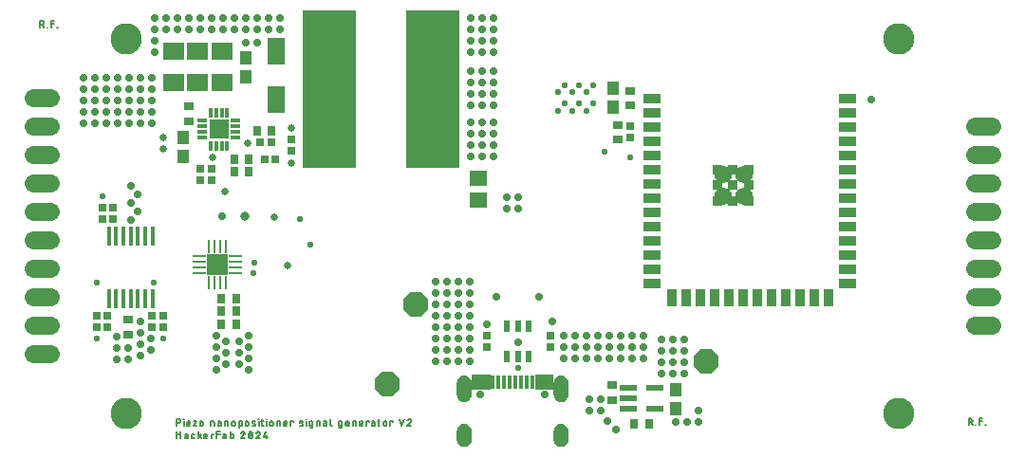
<source format=gbr>
G04 EAGLE Gerber RS-274X export*
G75*
%MOMM*%
%FSLAX34Y34*%
%LPD*%
%INSoldermask Top*%
%IPPOS*%
%AMOC8*
5,1,8,0,0,1.08239X$1,22.5*%
G01*
%ADD10C,2.800800*%
%ADD11C,0.152400*%
%ADD12R,0.950800X0.750800*%
%ADD13R,0.750800X0.950800*%
%ADD14R,1.050800X1.150800*%
%ADD15R,0.406400X1.727200*%
%ADD16R,0.350800X1.200800*%
%ADD17C,0.700800*%
%ADD18R,0.650800X0.750800*%
%ADD19R,0.750800X0.650800*%
%ADD20C,1.574800*%
%ADD21P,2.391865X8X22.500000*%
%ADD22R,0.609600X1.028700*%
%ADD23R,1.524000X0.609600*%
%ADD24R,1.205600X0.280000*%
%ADD25R,0.280000X1.205600*%
%ADD26R,1.850800X1.850800*%
%ADD27R,0.950800X0.950800*%
%ADD28R,1.550800X0.950800*%
%ADD29R,0.950800X1.550800*%
%ADD30R,1.600800X2.380800*%
%ADD31R,1.850800X1.650800*%
%ADD32R,4.800600X14.046200*%
%ADD33R,1.550800X1.350800*%
%ADD34R,0.863600X0.304800*%
%ADD35R,0.304800X0.863600*%
%ADD36R,1.803400X1.803400*%
%ADD37C,0.584800*%
%ADD38C,0.711800*%
%ADD39C,1.193800*%
%ADD40C,1.574800*%
%ADD41C,0.530800*%
%ADD42C,0.680800*%
%ADD43C,0.730800*%
%ADD44C,0.630800*%
%ADD45C,0.830800*%

G36*
X493868Y44842D02*
X493868Y44842D01*
X493931Y44845D01*
X495158Y45105D01*
X495196Y45122D01*
X495257Y45138D01*
X496403Y45648D01*
X496437Y45672D01*
X496493Y45700D01*
X497508Y46437D01*
X497536Y46468D01*
X497559Y46484D01*
X497562Y46488D01*
X497586Y46507D01*
X498425Y47439D01*
X498446Y47475D01*
X498486Y47524D01*
X499114Y48610D01*
X499124Y48641D01*
X499129Y48648D01*
X499130Y48655D01*
X499156Y48705D01*
X499544Y49898D01*
X499548Y49939D01*
X499565Y50000D01*
X499697Y51248D01*
X499694Y51271D01*
X499699Y51300D01*
X499699Y62300D01*
X499696Y62314D01*
X499698Y62324D01*
X499695Y62336D01*
X499697Y62352D01*
X499565Y63600D01*
X499553Y63639D01*
X499544Y63702D01*
X499156Y64895D01*
X499136Y64931D01*
X499114Y64990D01*
X498486Y66076D01*
X498459Y66107D01*
X498425Y66161D01*
X497586Y67093D01*
X497552Y67118D01*
X497508Y67163D01*
X496493Y67900D01*
X496456Y67917D01*
X496403Y67952D01*
X495257Y68462D01*
X495217Y68471D01*
X495158Y68495D01*
X493931Y68755D01*
X493890Y68756D01*
X493827Y68766D01*
X492573Y68766D01*
X492532Y68758D01*
X492469Y68755D01*
X491242Y68495D01*
X491204Y68478D01*
X491143Y68462D01*
X489997Y67952D01*
X489963Y67928D01*
X489907Y67900D01*
X488892Y67163D01*
X488864Y67132D01*
X488814Y67093D01*
X487975Y66161D01*
X487954Y66125D01*
X487914Y66076D01*
X487286Y64990D01*
X487273Y64951D01*
X487244Y64895D01*
X486856Y63702D01*
X486852Y63661D01*
X486835Y63600D01*
X486704Y62352D01*
X486706Y62329D01*
X486701Y62300D01*
X486701Y51300D01*
X486705Y51277D01*
X486704Y51248D01*
X486835Y50000D01*
X486847Y49961D01*
X486856Y49898D01*
X487244Y48705D01*
X487264Y48669D01*
X487286Y48610D01*
X487914Y47524D01*
X487941Y47493D01*
X487975Y47439D01*
X488814Y46507D01*
X488848Y46482D01*
X488851Y46478D01*
X488865Y46461D01*
X488875Y46454D01*
X488892Y46437D01*
X489907Y45700D01*
X489944Y45683D01*
X489997Y45648D01*
X491143Y45138D01*
X491183Y45129D01*
X491242Y45105D01*
X492469Y44845D01*
X492511Y44844D01*
X492573Y44834D01*
X493827Y44834D01*
X493868Y44842D01*
G37*
G36*
X407468Y44842D02*
X407468Y44842D01*
X407531Y44845D01*
X408758Y45105D01*
X408796Y45122D01*
X408857Y45138D01*
X410003Y45648D01*
X410037Y45672D01*
X410093Y45700D01*
X411108Y46437D01*
X411136Y46468D01*
X411159Y46484D01*
X411162Y46488D01*
X411186Y46507D01*
X412025Y47439D01*
X412046Y47475D01*
X412086Y47524D01*
X412714Y48610D01*
X412724Y48641D01*
X412729Y48648D01*
X412730Y48655D01*
X412756Y48705D01*
X413144Y49898D01*
X413148Y49939D01*
X413165Y50000D01*
X413297Y51248D01*
X413294Y51271D01*
X413299Y51300D01*
X413299Y62300D01*
X413296Y62314D01*
X413298Y62324D01*
X413295Y62335D01*
X413297Y62352D01*
X413165Y63600D01*
X413153Y63639D01*
X413144Y63702D01*
X412756Y64895D01*
X412736Y64931D01*
X412714Y64990D01*
X412086Y66076D01*
X412059Y66107D01*
X412025Y66161D01*
X411186Y67093D01*
X411152Y67118D01*
X411108Y67163D01*
X410093Y67900D01*
X410056Y67917D01*
X410003Y67952D01*
X408857Y68462D01*
X408817Y68471D01*
X408758Y68495D01*
X407531Y68755D01*
X407490Y68756D01*
X407427Y68766D01*
X406173Y68766D01*
X406132Y68758D01*
X406069Y68755D01*
X404842Y68495D01*
X404804Y68478D01*
X404743Y68462D01*
X403597Y67952D01*
X403563Y67928D01*
X403507Y67900D01*
X402492Y67163D01*
X402464Y67132D01*
X402414Y67093D01*
X401575Y66161D01*
X401554Y66125D01*
X401514Y66076D01*
X400886Y64990D01*
X400873Y64951D01*
X400844Y64895D01*
X400456Y63702D01*
X400452Y63661D01*
X400435Y63600D01*
X400304Y62352D01*
X400306Y62329D01*
X400301Y62300D01*
X400301Y51300D01*
X400305Y51277D01*
X400304Y51248D01*
X400435Y50000D01*
X400447Y49961D01*
X400456Y49898D01*
X400844Y48705D01*
X400864Y48669D01*
X400886Y48610D01*
X401514Y47524D01*
X401541Y47493D01*
X401575Y47439D01*
X402414Y46507D01*
X402448Y46482D01*
X402452Y46478D01*
X402465Y46461D01*
X402475Y46454D01*
X402492Y46437D01*
X403507Y45700D01*
X403544Y45683D01*
X403597Y45648D01*
X404743Y45138D01*
X404783Y45129D01*
X404842Y45105D01*
X406069Y44845D01*
X406111Y44844D01*
X406173Y44834D01*
X407427Y44834D01*
X407468Y44842D01*
G37*
G36*
X493868Y4542D02*
X493868Y4542D01*
X493931Y4545D01*
X495158Y4805D01*
X495196Y4822D01*
X495257Y4838D01*
X496403Y5348D01*
X496437Y5372D01*
X496493Y5400D01*
X497508Y6137D01*
X497536Y6168D01*
X497559Y6184D01*
X497562Y6188D01*
X497586Y6207D01*
X498425Y7139D01*
X498446Y7175D01*
X498486Y7224D01*
X499114Y8310D01*
X499124Y8341D01*
X499129Y8348D01*
X499130Y8355D01*
X499156Y8405D01*
X499544Y9598D01*
X499548Y9639D01*
X499565Y9700D01*
X499697Y10948D01*
X499694Y10971D01*
X499699Y11000D01*
X499699Y19000D01*
X499696Y19017D01*
X499698Y19028D01*
X499696Y19038D01*
X499697Y19052D01*
X499565Y20300D01*
X499553Y20339D01*
X499544Y20402D01*
X499156Y21595D01*
X499136Y21631D01*
X499114Y21690D01*
X498486Y22776D01*
X498459Y22807D01*
X498425Y22861D01*
X497586Y23793D01*
X497552Y23818D01*
X497508Y23863D01*
X496493Y24600D01*
X496456Y24617D01*
X496403Y24652D01*
X495257Y25162D01*
X495217Y25171D01*
X495158Y25195D01*
X493931Y25455D01*
X493890Y25456D01*
X493827Y25466D01*
X492573Y25466D01*
X492532Y25458D01*
X492469Y25455D01*
X491242Y25195D01*
X491204Y25178D01*
X491143Y25162D01*
X489997Y24652D01*
X489963Y24628D01*
X489907Y24600D01*
X488892Y23863D01*
X488864Y23832D01*
X488814Y23793D01*
X487975Y22861D01*
X487954Y22825D01*
X487914Y22776D01*
X487286Y21690D01*
X487273Y21651D01*
X487244Y21595D01*
X486856Y20402D01*
X486852Y20361D01*
X486835Y20300D01*
X486704Y19052D01*
X486706Y19029D01*
X486701Y19000D01*
X486701Y11000D01*
X486705Y10977D01*
X486704Y10948D01*
X486835Y9700D01*
X486847Y9661D01*
X486856Y9598D01*
X487244Y8405D01*
X487264Y8369D01*
X487286Y8310D01*
X487914Y7224D01*
X487941Y7193D01*
X487975Y7139D01*
X488814Y6207D01*
X488848Y6182D01*
X488851Y6178D01*
X488865Y6161D01*
X488875Y6154D01*
X488892Y6137D01*
X489907Y5400D01*
X489944Y5383D01*
X489997Y5348D01*
X491143Y4838D01*
X491183Y4829D01*
X491242Y4805D01*
X492469Y4545D01*
X492511Y4544D01*
X492573Y4534D01*
X493827Y4534D01*
X493868Y4542D01*
G37*
G36*
X407468Y4542D02*
X407468Y4542D01*
X407531Y4545D01*
X408758Y4805D01*
X408796Y4822D01*
X408857Y4838D01*
X410003Y5348D01*
X410037Y5372D01*
X410093Y5400D01*
X411108Y6137D01*
X411136Y6168D01*
X411159Y6184D01*
X411162Y6188D01*
X411186Y6207D01*
X412025Y7139D01*
X412046Y7175D01*
X412086Y7224D01*
X412714Y8310D01*
X412724Y8341D01*
X412729Y8348D01*
X412730Y8355D01*
X412756Y8405D01*
X413144Y9598D01*
X413148Y9639D01*
X413165Y9700D01*
X413297Y10948D01*
X413294Y10971D01*
X413299Y11000D01*
X413299Y19000D01*
X413296Y19017D01*
X413298Y19028D01*
X413296Y19037D01*
X413297Y19052D01*
X413165Y20300D01*
X413153Y20339D01*
X413144Y20402D01*
X412756Y21595D01*
X412736Y21631D01*
X412714Y21690D01*
X412086Y22776D01*
X412059Y22807D01*
X412025Y22861D01*
X411186Y23793D01*
X411152Y23818D01*
X411108Y23863D01*
X410093Y24600D01*
X410056Y24617D01*
X410003Y24652D01*
X408857Y25162D01*
X408817Y25171D01*
X408758Y25195D01*
X407531Y25455D01*
X407490Y25456D01*
X407427Y25466D01*
X406173Y25466D01*
X406132Y25458D01*
X406069Y25455D01*
X404842Y25195D01*
X404804Y25178D01*
X404743Y25162D01*
X403597Y24652D01*
X403563Y24628D01*
X403507Y24600D01*
X402492Y23863D01*
X402464Y23832D01*
X402414Y23793D01*
X401575Y22861D01*
X401554Y22825D01*
X401514Y22776D01*
X400886Y21690D01*
X400873Y21651D01*
X400844Y21595D01*
X400456Y20402D01*
X400452Y20361D01*
X400435Y20300D01*
X400304Y19052D01*
X400306Y19029D01*
X400301Y19000D01*
X400301Y11000D01*
X400305Y10977D01*
X400304Y10948D01*
X400435Y9700D01*
X400447Y9661D01*
X400456Y9598D01*
X400844Y8405D01*
X400864Y8369D01*
X400886Y8310D01*
X401514Y7224D01*
X401541Y7193D01*
X401575Y7139D01*
X402414Y6207D01*
X402448Y6182D01*
X402452Y6178D01*
X402465Y6161D01*
X402475Y6154D01*
X402492Y6137D01*
X403507Y5400D01*
X403544Y5383D01*
X403597Y5348D01*
X404743Y4838D01*
X404783Y4829D01*
X404842Y4805D01*
X406069Y4545D01*
X406111Y4544D01*
X406173Y4534D01*
X407427Y4534D01*
X407468Y4542D01*
G37*
G36*
X486047Y55687D02*
X486047Y55687D01*
X486042Y55694D01*
X486049Y55700D01*
X486049Y69200D01*
X486013Y69247D01*
X486006Y69242D01*
X486000Y69249D01*
X470000Y69249D01*
X469953Y69213D01*
X469955Y69210D01*
X469953Y69208D01*
X469956Y69204D01*
X469951Y69200D01*
X469951Y55700D01*
X469987Y55653D01*
X469994Y55658D01*
X470000Y55651D01*
X486000Y55651D01*
X486047Y55687D01*
G37*
G36*
X430047Y55687D02*
X430047Y55687D01*
X430042Y55694D01*
X430049Y55700D01*
X430049Y69200D01*
X430013Y69247D01*
X430006Y69242D01*
X430000Y69249D01*
X414000Y69249D01*
X413953Y69213D01*
X413955Y69210D01*
X413953Y69208D01*
X413956Y69204D01*
X413951Y69200D01*
X413951Y55700D01*
X413987Y55653D01*
X413994Y55658D01*
X414000Y55651D01*
X430000Y55651D01*
X430047Y55687D01*
G37*
D10*
X105000Y35000D03*
X794500Y35000D03*
X105000Y368900D03*
X794500Y368900D03*
D11*
X150622Y29718D02*
X150622Y23622D01*
X150622Y29718D02*
X152315Y29718D01*
X152396Y29716D01*
X152476Y29710D01*
X152556Y29701D01*
X152635Y29687D01*
X152714Y29670D01*
X152792Y29649D01*
X152869Y29625D01*
X152944Y29597D01*
X153018Y29565D01*
X153091Y29530D01*
X153161Y29491D01*
X153230Y29449D01*
X153297Y29404D01*
X153362Y29356D01*
X153424Y29304D01*
X153483Y29250D01*
X153540Y29193D01*
X153594Y29134D01*
X153646Y29072D01*
X153694Y29007D01*
X153739Y28940D01*
X153781Y28872D01*
X153820Y28801D01*
X153855Y28728D01*
X153887Y28654D01*
X153915Y28579D01*
X153939Y28502D01*
X153960Y28424D01*
X153977Y28345D01*
X153991Y28266D01*
X154000Y28186D01*
X154006Y28106D01*
X154008Y28025D01*
X154006Y27944D01*
X154000Y27864D01*
X153991Y27784D01*
X153977Y27705D01*
X153960Y27626D01*
X153939Y27548D01*
X153915Y27471D01*
X153887Y27396D01*
X153855Y27322D01*
X153820Y27249D01*
X153781Y27179D01*
X153739Y27110D01*
X153694Y27043D01*
X153646Y26978D01*
X153594Y26916D01*
X153540Y26857D01*
X153483Y26800D01*
X153424Y26746D01*
X153362Y26694D01*
X153297Y26646D01*
X153230Y26601D01*
X153162Y26559D01*
X153091Y26520D01*
X153018Y26485D01*
X152944Y26453D01*
X152869Y26425D01*
X152792Y26401D01*
X152714Y26380D01*
X152635Y26363D01*
X152556Y26349D01*
X152476Y26340D01*
X152396Y26334D01*
X152315Y26332D01*
X152315Y26331D02*
X150622Y26331D01*
X156709Y27686D02*
X156709Y23622D01*
X156540Y29379D02*
X156540Y29718D01*
X156879Y29718D01*
X156879Y29379D01*
X156540Y29379D01*
X160714Y23622D02*
X162408Y23622D01*
X160714Y23622D02*
X160653Y23624D01*
X160592Y23629D01*
X160531Y23639D01*
X160471Y23652D01*
X160412Y23668D01*
X160354Y23688D01*
X160297Y23712D01*
X160242Y23738D01*
X160188Y23769D01*
X160137Y23802D01*
X160087Y23838D01*
X160040Y23878D01*
X159996Y23920D01*
X159954Y23964D01*
X159914Y24011D01*
X159878Y24061D01*
X159845Y24112D01*
X159814Y24166D01*
X159788Y24221D01*
X159764Y24278D01*
X159744Y24336D01*
X159728Y24395D01*
X159715Y24455D01*
X159705Y24516D01*
X159700Y24577D01*
X159698Y24638D01*
X159698Y26331D01*
X159700Y26403D01*
X159706Y26475D01*
X159715Y26547D01*
X159729Y26617D01*
X159746Y26688D01*
X159767Y26757D01*
X159791Y26824D01*
X159819Y26891D01*
X159851Y26956D01*
X159886Y27019D01*
X159924Y27080D01*
X159965Y27139D01*
X160010Y27196D01*
X160057Y27250D01*
X160108Y27302D01*
X160161Y27351D01*
X160216Y27397D01*
X160274Y27440D01*
X160334Y27480D01*
X160396Y27516D01*
X160460Y27550D01*
X160526Y27579D01*
X160593Y27606D01*
X160662Y27628D01*
X160731Y27647D01*
X160802Y27663D01*
X160873Y27674D01*
X160945Y27682D01*
X161017Y27686D01*
X161089Y27686D01*
X161161Y27682D01*
X161233Y27674D01*
X161304Y27663D01*
X161375Y27647D01*
X161444Y27628D01*
X161513Y27606D01*
X161580Y27579D01*
X161646Y27550D01*
X161710Y27516D01*
X161772Y27480D01*
X161832Y27440D01*
X161890Y27397D01*
X161945Y27351D01*
X161998Y27302D01*
X162049Y27250D01*
X162096Y27196D01*
X162141Y27139D01*
X162182Y27080D01*
X162220Y27019D01*
X162255Y26956D01*
X162287Y26891D01*
X162315Y26824D01*
X162339Y26757D01*
X162360Y26688D01*
X162377Y26617D01*
X162391Y26547D01*
X162400Y26475D01*
X162406Y26403D01*
X162408Y26331D01*
X162408Y25654D01*
X159698Y25654D01*
X165413Y27686D02*
X168122Y27686D01*
X165413Y23622D01*
X168122Y23622D01*
X171128Y24977D02*
X171128Y26331D01*
X171130Y26403D01*
X171136Y26475D01*
X171145Y26547D01*
X171159Y26617D01*
X171176Y26688D01*
X171197Y26757D01*
X171221Y26824D01*
X171249Y26891D01*
X171281Y26956D01*
X171316Y27019D01*
X171354Y27080D01*
X171395Y27139D01*
X171440Y27196D01*
X171487Y27250D01*
X171538Y27302D01*
X171591Y27351D01*
X171646Y27397D01*
X171704Y27440D01*
X171764Y27480D01*
X171826Y27516D01*
X171890Y27550D01*
X171956Y27579D01*
X172023Y27606D01*
X172092Y27628D01*
X172161Y27647D01*
X172232Y27663D01*
X172303Y27674D01*
X172375Y27682D01*
X172447Y27686D01*
X172519Y27686D01*
X172591Y27682D01*
X172663Y27674D01*
X172734Y27663D01*
X172805Y27647D01*
X172874Y27628D01*
X172943Y27606D01*
X173010Y27579D01*
X173076Y27550D01*
X173140Y27516D01*
X173202Y27480D01*
X173262Y27440D01*
X173320Y27397D01*
X173375Y27351D01*
X173428Y27302D01*
X173479Y27250D01*
X173526Y27196D01*
X173571Y27139D01*
X173612Y27080D01*
X173650Y27019D01*
X173685Y26956D01*
X173717Y26891D01*
X173745Y26824D01*
X173769Y26757D01*
X173790Y26688D01*
X173807Y26617D01*
X173821Y26547D01*
X173830Y26475D01*
X173836Y26403D01*
X173838Y26331D01*
X173837Y26331D02*
X173837Y24977D01*
X173838Y24977D02*
X173836Y24905D01*
X173830Y24833D01*
X173821Y24761D01*
X173807Y24691D01*
X173790Y24620D01*
X173769Y24551D01*
X173745Y24484D01*
X173717Y24417D01*
X173685Y24352D01*
X173650Y24289D01*
X173612Y24228D01*
X173571Y24169D01*
X173526Y24112D01*
X173479Y24058D01*
X173428Y24006D01*
X173375Y23957D01*
X173320Y23911D01*
X173262Y23868D01*
X173202Y23828D01*
X173140Y23792D01*
X173076Y23758D01*
X173010Y23729D01*
X172943Y23702D01*
X172874Y23680D01*
X172805Y23661D01*
X172734Y23645D01*
X172663Y23634D01*
X172591Y23626D01*
X172519Y23622D01*
X172447Y23622D01*
X172375Y23626D01*
X172303Y23634D01*
X172232Y23645D01*
X172161Y23661D01*
X172092Y23680D01*
X172023Y23702D01*
X171956Y23729D01*
X171890Y23758D01*
X171826Y23792D01*
X171764Y23828D01*
X171704Y23868D01*
X171646Y23911D01*
X171591Y23957D01*
X171538Y24006D01*
X171487Y24058D01*
X171440Y24112D01*
X171395Y24169D01*
X171354Y24228D01*
X171316Y24289D01*
X171281Y24352D01*
X171249Y24417D01*
X171221Y24484D01*
X171197Y24551D01*
X171176Y24620D01*
X171159Y24691D01*
X171145Y24761D01*
X171136Y24833D01*
X171130Y24905D01*
X171128Y24977D01*
X180958Y23622D02*
X180958Y27686D01*
X182651Y27686D01*
X182712Y27684D01*
X182773Y27679D01*
X182834Y27669D01*
X182894Y27656D01*
X182953Y27640D01*
X183011Y27620D01*
X183068Y27596D01*
X183123Y27570D01*
X183177Y27539D01*
X183228Y27506D01*
X183278Y27470D01*
X183325Y27430D01*
X183369Y27388D01*
X183411Y27344D01*
X183451Y27297D01*
X183487Y27247D01*
X183520Y27196D01*
X183551Y27142D01*
X183577Y27087D01*
X183601Y27030D01*
X183621Y26972D01*
X183637Y26913D01*
X183650Y26853D01*
X183660Y26792D01*
X183665Y26731D01*
X183667Y26670D01*
X183667Y23622D01*
X188253Y25993D02*
X189777Y25993D01*
X188253Y25992D02*
X188185Y25990D01*
X188118Y25984D01*
X188051Y25975D01*
X187985Y25961D01*
X187919Y25944D01*
X187855Y25923D01*
X187792Y25899D01*
X187730Y25870D01*
X187670Y25839D01*
X187612Y25804D01*
X187556Y25766D01*
X187503Y25724D01*
X187452Y25680D01*
X187403Y25633D01*
X187357Y25583D01*
X187315Y25531D01*
X187275Y25476D01*
X187238Y25419D01*
X187205Y25360D01*
X187175Y25299D01*
X187149Y25237D01*
X187126Y25173D01*
X187107Y25108D01*
X187092Y25042D01*
X187080Y24976D01*
X187072Y24908D01*
X187068Y24841D01*
X187068Y24773D01*
X187072Y24706D01*
X187080Y24638D01*
X187092Y24572D01*
X187107Y24506D01*
X187126Y24441D01*
X187149Y24377D01*
X187175Y24315D01*
X187205Y24254D01*
X187238Y24195D01*
X187275Y24138D01*
X187315Y24083D01*
X187357Y24031D01*
X187403Y23981D01*
X187452Y23934D01*
X187503Y23890D01*
X187556Y23848D01*
X187612Y23810D01*
X187670Y23775D01*
X187730Y23744D01*
X187792Y23715D01*
X187855Y23691D01*
X187919Y23670D01*
X187985Y23653D01*
X188051Y23639D01*
X188118Y23630D01*
X188185Y23624D01*
X188253Y23622D01*
X189777Y23622D01*
X189777Y26670D01*
X189775Y26731D01*
X189770Y26792D01*
X189760Y26853D01*
X189747Y26913D01*
X189731Y26972D01*
X189711Y27030D01*
X189687Y27087D01*
X189661Y27142D01*
X189630Y27196D01*
X189597Y27247D01*
X189561Y27297D01*
X189521Y27344D01*
X189479Y27388D01*
X189435Y27430D01*
X189388Y27470D01*
X189338Y27506D01*
X189287Y27539D01*
X189233Y27570D01*
X189178Y27596D01*
X189121Y27620D01*
X189063Y27640D01*
X189004Y27656D01*
X188944Y27669D01*
X188883Y27679D01*
X188822Y27684D01*
X188761Y27686D01*
X187407Y27686D01*
X193531Y27686D02*
X193531Y23622D01*
X193531Y27686D02*
X195224Y27686D01*
X195285Y27684D01*
X195346Y27679D01*
X195407Y27669D01*
X195467Y27656D01*
X195526Y27640D01*
X195584Y27620D01*
X195641Y27596D01*
X195696Y27570D01*
X195750Y27539D01*
X195801Y27506D01*
X195851Y27470D01*
X195898Y27430D01*
X195942Y27388D01*
X195984Y27344D01*
X196024Y27297D01*
X196060Y27247D01*
X196093Y27196D01*
X196124Y27142D01*
X196150Y27087D01*
X196174Y27030D01*
X196194Y26972D01*
X196210Y26913D01*
X196223Y26853D01*
X196233Y26792D01*
X196238Y26731D01*
X196240Y26670D01*
X196240Y23622D01*
X199703Y24977D02*
X199703Y26331D01*
X199705Y26403D01*
X199711Y26475D01*
X199720Y26547D01*
X199734Y26617D01*
X199751Y26688D01*
X199772Y26757D01*
X199796Y26824D01*
X199824Y26891D01*
X199856Y26956D01*
X199891Y27019D01*
X199929Y27080D01*
X199970Y27139D01*
X200015Y27196D01*
X200062Y27250D01*
X200113Y27302D01*
X200166Y27351D01*
X200221Y27397D01*
X200279Y27440D01*
X200339Y27480D01*
X200401Y27516D01*
X200465Y27550D01*
X200531Y27579D01*
X200598Y27606D01*
X200667Y27628D01*
X200736Y27647D01*
X200807Y27663D01*
X200878Y27674D01*
X200950Y27682D01*
X201022Y27686D01*
X201094Y27686D01*
X201166Y27682D01*
X201238Y27674D01*
X201309Y27663D01*
X201380Y27647D01*
X201449Y27628D01*
X201518Y27606D01*
X201585Y27579D01*
X201651Y27550D01*
X201715Y27516D01*
X201777Y27480D01*
X201837Y27440D01*
X201895Y27397D01*
X201950Y27351D01*
X202003Y27302D01*
X202054Y27250D01*
X202101Y27196D01*
X202146Y27139D01*
X202187Y27080D01*
X202225Y27019D01*
X202260Y26956D01*
X202292Y26891D01*
X202320Y26824D01*
X202344Y26757D01*
X202365Y26688D01*
X202382Y26617D01*
X202396Y26547D01*
X202405Y26475D01*
X202411Y26403D01*
X202413Y26331D01*
X202412Y26331D02*
X202412Y24977D01*
X202413Y24977D02*
X202411Y24905D01*
X202405Y24833D01*
X202396Y24761D01*
X202382Y24691D01*
X202365Y24620D01*
X202344Y24551D01*
X202320Y24484D01*
X202292Y24417D01*
X202260Y24352D01*
X202225Y24289D01*
X202187Y24228D01*
X202146Y24169D01*
X202101Y24112D01*
X202054Y24058D01*
X202003Y24006D01*
X201950Y23957D01*
X201895Y23911D01*
X201837Y23868D01*
X201777Y23828D01*
X201715Y23792D01*
X201651Y23758D01*
X201585Y23729D01*
X201518Y23702D01*
X201449Y23680D01*
X201380Y23661D01*
X201309Y23645D01*
X201238Y23634D01*
X201166Y23626D01*
X201094Y23622D01*
X201022Y23622D01*
X200950Y23626D01*
X200878Y23634D01*
X200807Y23645D01*
X200736Y23661D01*
X200667Y23680D01*
X200598Y23702D01*
X200531Y23729D01*
X200465Y23758D01*
X200401Y23792D01*
X200339Y23828D01*
X200279Y23868D01*
X200221Y23911D01*
X200166Y23957D01*
X200113Y24006D01*
X200062Y24058D01*
X200015Y24112D01*
X199970Y24169D01*
X199929Y24228D01*
X199891Y24289D01*
X199856Y24352D01*
X199824Y24417D01*
X199796Y24484D01*
X199772Y24551D01*
X199751Y24620D01*
X199734Y24691D01*
X199720Y24761D01*
X199711Y24833D01*
X199705Y24905D01*
X199703Y24977D01*
X205937Y27686D02*
X205937Y21590D01*
X205937Y27686D02*
X207630Y27686D01*
X207691Y27684D01*
X207752Y27679D01*
X207813Y27669D01*
X207873Y27656D01*
X207932Y27640D01*
X207990Y27620D01*
X208047Y27596D01*
X208102Y27570D01*
X208156Y27539D01*
X208207Y27506D01*
X208257Y27470D01*
X208304Y27430D01*
X208348Y27388D01*
X208390Y27344D01*
X208430Y27297D01*
X208466Y27247D01*
X208499Y27196D01*
X208530Y27142D01*
X208556Y27087D01*
X208580Y27030D01*
X208600Y26972D01*
X208616Y26913D01*
X208629Y26853D01*
X208639Y26792D01*
X208644Y26731D01*
X208646Y26670D01*
X208646Y24638D01*
X208644Y24577D01*
X208639Y24516D01*
X208629Y24455D01*
X208616Y24395D01*
X208600Y24336D01*
X208580Y24278D01*
X208556Y24221D01*
X208530Y24166D01*
X208499Y24112D01*
X208466Y24061D01*
X208430Y24011D01*
X208390Y23964D01*
X208348Y23920D01*
X208304Y23878D01*
X208257Y23838D01*
X208207Y23802D01*
X208156Y23769D01*
X208102Y23738D01*
X208047Y23712D01*
X207990Y23688D01*
X207932Y23668D01*
X207873Y23652D01*
X207813Y23639D01*
X207752Y23629D01*
X207691Y23624D01*
X207630Y23622D01*
X205937Y23622D01*
X211819Y24977D02*
X211819Y26331D01*
X211818Y26331D02*
X211820Y26403D01*
X211826Y26475D01*
X211835Y26547D01*
X211849Y26617D01*
X211866Y26688D01*
X211887Y26757D01*
X211911Y26824D01*
X211939Y26891D01*
X211971Y26956D01*
X212006Y27019D01*
X212044Y27080D01*
X212085Y27139D01*
X212130Y27196D01*
X212177Y27250D01*
X212228Y27302D01*
X212281Y27351D01*
X212336Y27397D01*
X212394Y27440D01*
X212454Y27480D01*
X212516Y27516D01*
X212580Y27550D01*
X212646Y27579D01*
X212713Y27606D01*
X212782Y27628D01*
X212851Y27647D01*
X212922Y27663D01*
X212993Y27674D01*
X213065Y27682D01*
X213137Y27686D01*
X213209Y27686D01*
X213281Y27682D01*
X213353Y27674D01*
X213424Y27663D01*
X213495Y27647D01*
X213564Y27628D01*
X213633Y27606D01*
X213700Y27579D01*
X213766Y27550D01*
X213830Y27516D01*
X213892Y27480D01*
X213952Y27440D01*
X214010Y27397D01*
X214065Y27351D01*
X214118Y27302D01*
X214169Y27250D01*
X214216Y27196D01*
X214261Y27139D01*
X214302Y27080D01*
X214340Y27019D01*
X214375Y26956D01*
X214407Y26891D01*
X214435Y26824D01*
X214459Y26757D01*
X214480Y26688D01*
X214497Y26617D01*
X214511Y26547D01*
X214520Y26475D01*
X214526Y26403D01*
X214528Y26331D01*
X214528Y24977D01*
X214526Y24905D01*
X214520Y24833D01*
X214511Y24761D01*
X214497Y24691D01*
X214480Y24620D01*
X214459Y24551D01*
X214435Y24484D01*
X214407Y24417D01*
X214375Y24352D01*
X214340Y24289D01*
X214302Y24228D01*
X214261Y24169D01*
X214216Y24112D01*
X214169Y24058D01*
X214118Y24006D01*
X214065Y23957D01*
X214010Y23911D01*
X213952Y23868D01*
X213892Y23828D01*
X213830Y23792D01*
X213766Y23758D01*
X213700Y23729D01*
X213633Y23702D01*
X213564Y23680D01*
X213495Y23661D01*
X213424Y23645D01*
X213353Y23634D01*
X213281Y23626D01*
X213209Y23622D01*
X213137Y23622D01*
X213065Y23626D01*
X212993Y23634D01*
X212922Y23645D01*
X212851Y23661D01*
X212782Y23680D01*
X212713Y23702D01*
X212646Y23729D01*
X212580Y23758D01*
X212516Y23792D01*
X212454Y23828D01*
X212394Y23868D01*
X212336Y23911D01*
X212281Y23957D01*
X212228Y24006D01*
X212177Y24058D01*
X212130Y24112D01*
X212085Y24169D01*
X212044Y24228D01*
X212006Y24289D01*
X211971Y24352D01*
X211939Y24417D01*
X211911Y24484D01*
X211887Y24551D01*
X211866Y24620D01*
X211849Y24691D01*
X211835Y24761D01*
X211826Y24833D01*
X211820Y24905D01*
X211818Y24977D01*
X218270Y25993D02*
X219964Y25315D01*
X218270Y25993D02*
X218217Y26016D01*
X218165Y26043D01*
X218116Y26073D01*
X218068Y26106D01*
X218023Y26143D01*
X217980Y26182D01*
X217940Y26224D01*
X217903Y26269D01*
X217869Y26315D01*
X217838Y26365D01*
X217811Y26416D01*
X217786Y26468D01*
X217766Y26522D01*
X217749Y26578D01*
X217735Y26634D01*
X217726Y26692D01*
X217720Y26749D01*
X217718Y26807D01*
X217720Y26865D01*
X217726Y26923D01*
X217735Y26980D01*
X217748Y27037D01*
X217765Y27092D01*
X217786Y27146D01*
X217810Y27199D01*
X217837Y27250D01*
X217868Y27299D01*
X217902Y27346D01*
X217939Y27391D01*
X217979Y27433D01*
X218022Y27472D01*
X218067Y27509D01*
X218115Y27542D01*
X218164Y27572D01*
X218215Y27599D01*
X218269Y27623D01*
X218323Y27643D01*
X218379Y27659D01*
X218435Y27671D01*
X218493Y27680D01*
X218551Y27685D01*
X218609Y27686D01*
X218730Y27682D01*
X218851Y27675D01*
X218971Y27663D01*
X219091Y27648D01*
X219210Y27630D01*
X219329Y27607D01*
X219447Y27581D01*
X219564Y27551D01*
X219681Y27517D01*
X219796Y27480D01*
X219909Y27439D01*
X220022Y27395D01*
X220133Y27347D01*
X219963Y25315D02*
X220016Y25292D01*
X220068Y25265D01*
X220117Y25235D01*
X220165Y25202D01*
X220210Y25165D01*
X220253Y25126D01*
X220293Y25084D01*
X220330Y25039D01*
X220364Y24993D01*
X220395Y24943D01*
X220422Y24892D01*
X220447Y24840D01*
X220467Y24786D01*
X220484Y24730D01*
X220498Y24674D01*
X220507Y24616D01*
X220513Y24559D01*
X220515Y24501D01*
X220513Y24443D01*
X220507Y24385D01*
X220498Y24328D01*
X220485Y24271D01*
X220468Y24216D01*
X220447Y24162D01*
X220423Y24109D01*
X220396Y24058D01*
X220365Y24009D01*
X220331Y23962D01*
X220294Y23917D01*
X220254Y23875D01*
X220211Y23836D01*
X220166Y23799D01*
X220118Y23766D01*
X220069Y23736D01*
X220018Y23709D01*
X219964Y23685D01*
X219910Y23666D01*
X219854Y23649D01*
X219798Y23637D01*
X219740Y23628D01*
X219682Y23623D01*
X219624Y23622D01*
X219625Y23623D02*
X219479Y23627D01*
X219333Y23634D01*
X219187Y23646D01*
X219041Y23661D01*
X218896Y23680D01*
X218752Y23702D01*
X218608Y23728D01*
X218465Y23758D01*
X218322Y23791D01*
X218181Y23829D01*
X218040Y23869D01*
X217901Y23913D01*
X217762Y23961D01*
X223460Y23622D02*
X223460Y27686D01*
X223291Y29379D02*
X223291Y29718D01*
X223630Y29718D01*
X223630Y29379D01*
X223291Y29379D01*
X225776Y27686D02*
X227808Y27686D01*
X226454Y29718D02*
X226454Y24638D01*
X226456Y24577D01*
X226461Y24516D01*
X226471Y24455D01*
X226484Y24395D01*
X226500Y24336D01*
X226520Y24278D01*
X226544Y24221D01*
X226570Y24166D01*
X226601Y24112D01*
X226634Y24061D01*
X226670Y24011D01*
X226710Y23964D01*
X226752Y23920D01*
X226796Y23878D01*
X226843Y23838D01*
X226893Y23802D01*
X226944Y23769D01*
X226998Y23738D01*
X227053Y23712D01*
X227110Y23688D01*
X227168Y23668D01*
X227227Y23652D01*
X227287Y23639D01*
X227348Y23629D01*
X227409Y23624D01*
X227470Y23622D01*
X227808Y23622D01*
X230547Y23622D02*
X230547Y27686D01*
X230377Y29379D02*
X230377Y29718D01*
X230716Y29718D01*
X230716Y29379D01*
X230377Y29379D01*
X233535Y26331D02*
X233535Y24977D01*
X233535Y26331D02*
X233537Y26403D01*
X233543Y26475D01*
X233552Y26547D01*
X233566Y26617D01*
X233583Y26688D01*
X233604Y26757D01*
X233628Y26824D01*
X233656Y26891D01*
X233688Y26956D01*
X233723Y27019D01*
X233761Y27080D01*
X233802Y27139D01*
X233847Y27196D01*
X233894Y27250D01*
X233945Y27302D01*
X233998Y27351D01*
X234053Y27397D01*
X234111Y27440D01*
X234171Y27480D01*
X234233Y27516D01*
X234297Y27550D01*
X234363Y27579D01*
X234430Y27606D01*
X234499Y27628D01*
X234568Y27647D01*
X234639Y27663D01*
X234710Y27674D01*
X234782Y27682D01*
X234854Y27686D01*
X234926Y27686D01*
X234998Y27682D01*
X235070Y27674D01*
X235141Y27663D01*
X235212Y27647D01*
X235281Y27628D01*
X235350Y27606D01*
X235417Y27579D01*
X235483Y27550D01*
X235547Y27516D01*
X235609Y27480D01*
X235669Y27440D01*
X235727Y27397D01*
X235782Y27351D01*
X235835Y27302D01*
X235886Y27250D01*
X235933Y27196D01*
X235978Y27139D01*
X236019Y27080D01*
X236057Y27019D01*
X236092Y26956D01*
X236124Y26891D01*
X236152Y26824D01*
X236176Y26757D01*
X236197Y26688D01*
X236214Y26617D01*
X236228Y26547D01*
X236237Y26475D01*
X236243Y26403D01*
X236245Y26331D01*
X236245Y24977D01*
X236243Y24905D01*
X236237Y24833D01*
X236228Y24761D01*
X236214Y24691D01*
X236197Y24620D01*
X236176Y24551D01*
X236152Y24484D01*
X236124Y24417D01*
X236092Y24352D01*
X236057Y24289D01*
X236019Y24228D01*
X235978Y24169D01*
X235933Y24112D01*
X235886Y24058D01*
X235835Y24006D01*
X235782Y23957D01*
X235727Y23911D01*
X235669Y23868D01*
X235609Y23828D01*
X235547Y23792D01*
X235483Y23758D01*
X235417Y23729D01*
X235350Y23702D01*
X235281Y23680D01*
X235212Y23661D01*
X235141Y23645D01*
X235070Y23634D01*
X234998Y23626D01*
X234926Y23622D01*
X234854Y23622D01*
X234782Y23626D01*
X234710Y23634D01*
X234639Y23645D01*
X234568Y23661D01*
X234499Y23680D01*
X234430Y23702D01*
X234363Y23729D01*
X234297Y23758D01*
X234233Y23792D01*
X234171Y23828D01*
X234111Y23868D01*
X234053Y23911D01*
X233998Y23957D01*
X233945Y24006D01*
X233894Y24058D01*
X233847Y24112D01*
X233802Y24169D01*
X233761Y24228D01*
X233723Y24289D01*
X233688Y24352D01*
X233656Y24417D01*
X233628Y24484D01*
X233604Y24551D01*
X233583Y24620D01*
X233566Y24691D01*
X233552Y24761D01*
X233543Y24833D01*
X233537Y24905D01*
X233535Y24977D01*
X239708Y23622D02*
X239708Y27686D01*
X241401Y27686D01*
X241462Y27684D01*
X241523Y27679D01*
X241584Y27669D01*
X241644Y27656D01*
X241703Y27640D01*
X241761Y27620D01*
X241818Y27596D01*
X241873Y27570D01*
X241927Y27539D01*
X241978Y27506D01*
X242028Y27470D01*
X242075Y27430D01*
X242119Y27388D01*
X242161Y27344D01*
X242201Y27297D01*
X242237Y27247D01*
X242270Y27196D01*
X242301Y27142D01*
X242327Y27087D01*
X242351Y27030D01*
X242371Y26972D01*
X242387Y26913D01*
X242400Y26853D01*
X242410Y26792D01*
X242415Y26731D01*
X242417Y26670D01*
X242417Y23622D01*
X246896Y23622D02*
X248589Y23622D01*
X246896Y23622D02*
X246835Y23624D01*
X246774Y23629D01*
X246713Y23639D01*
X246653Y23652D01*
X246594Y23668D01*
X246536Y23688D01*
X246479Y23712D01*
X246424Y23738D01*
X246370Y23769D01*
X246319Y23802D01*
X246269Y23838D01*
X246222Y23878D01*
X246178Y23920D01*
X246136Y23964D01*
X246096Y24011D01*
X246060Y24061D01*
X246027Y24112D01*
X245996Y24166D01*
X245970Y24221D01*
X245946Y24278D01*
X245926Y24336D01*
X245910Y24395D01*
X245897Y24455D01*
X245887Y24516D01*
X245882Y24577D01*
X245880Y24638D01*
X245880Y26331D01*
X245879Y26331D02*
X245881Y26403D01*
X245887Y26475D01*
X245896Y26547D01*
X245910Y26617D01*
X245927Y26688D01*
X245948Y26757D01*
X245972Y26824D01*
X246000Y26891D01*
X246032Y26956D01*
X246067Y27019D01*
X246105Y27080D01*
X246146Y27139D01*
X246191Y27196D01*
X246238Y27250D01*
X246289Y27302D01*
X246342Y27351D01*
X246397Y27397D01*
X246455Y27440D01*
X246515Y27480D01*
X246577Y27516D01*
X246641Y27550D01*
X246707Y27579D01*
X246774Y27606D01*
X246843Y27628D01*
X246912Y27647D01*
X246983Y27663D01*
X247054Y27674D01*
X247126Y27682D01*
X247198Y27686D01*
X247270Y27686D01*
X247342Y27682D01*
X247414Y27674D01*
X247485Y27663D01*
X247556Y27647D01*
X247625Y27628D01*
X247694Y27606D01*
X247761Y27579D01*
X247827Y27550D01*
X247891Y27516D01*
X247953Y27480D01*
X248013Y27440D01*
X248071Y27397D01*
X248126Y27351D01*
X248179Y27302D01*
X248230Y27250D01*
X248277Y27196D01*
X248322Y27139D01*
X248363Y27080D01*
X248401Y27019D01*
X248436Y26956D01*
X248468Y26891D01*
X248496Y26824D01*
X248520Y26757D01*
X248541Y26688D01*
X248558Y26617D01*
X248572Y26547D01*
X248581Y26475D01*
X248587Y26403D01*
X248589Y26331D01*
X248589Y25654D01*
X245880Y25654D01*
X252122Y23622D02*
X252122Y27686D01*
X254154Y27686D01*
X254154Y27009D01*
X260789Y25993D02*
X262483Y25315D01*
X260790Y25993D02*
X260737Y26016D01*
X260685Y26043D01*
X260636Y26073D01*
X260588Y26106D01*
X260543Y26143D01*
X260500Y26182D01*
X260460Y26224D01*
X260423Y26269D01*
X260389Y26315D01*
X260358Y26365D01*
X260331Y26416D01*
X260306Y26468D01*
X260286Y26522D01*
X260269Y26578D01*
X260255Y26634D01*
X260246Y26692D01*
X260240Y26749D01*
X260238Y26807D01*
X260240Y26865D01*
X260246Y26923D01*
X260255Y26980D01*
X260268Y27037D01*
X260285Y27092D01*
X260306Y27146D01*
X260330Y27199D01*
X260357Y27250D01*
X260388Y27299D01*
X260422Y27346D01*
X260459Y27391D01*
X260499Y27433D01*
X260542Y27472D01*
X260587Y27509D01*
X260635Y27542D01*
X260684Y27572D01*
X260735Y27599D01*
X260789Y27623D01*
X260843Y27643D01*
X260899Y27659D01*
X260955Y27671D01*
X261013Y27680D01*
X261071Y27685D01*
X261129Y27686D01*
X261128Y27686D02*
X261249Y27682D01*
X261370Y27675D01*
X261490Y27663D01*
X261610Y27648D01*
X261729Y27630D01*
X261848Y27607D01*
X261966Y27581D01*
X262083Y27551D01*
X262200Y27517D01*
X262315Y27480D01*
X262428Y27439D01*
X262541Y27395D01*
X262652Y27347D01*
X262483Y25315D02*
X262536Y25292D01*
X262588Y25265D01*
X262637Y25235D01*
X262685Y25202D01*
X262730Y25165D01*
X262773Y25126D01*
X262813Y25084D01*
X262850Y25039D01*
X262884Y24993D01*
X262915Y24943D01*
X262942Y24892D01*
X262967Y24840D01*
X262987Y24786D01*
X263004Y24730D01*
X263018Y24674D01*
X263027Y24616D01*
X263033Y24559D01*
X263035Y24501D01*
X263033Y24443D01*
X263027Y24385D01*
X263018Y24328D01*
X263005Y24271D01*
X262988Y24216D01*
X262967Y24162D01*
X262943Y24109D01*
X262916Y24058D01*
X262885Y24009D01*
X262851Y23962D01*
X262814Y23917D01*
X262774Y23875D01*
X262731Y23836D01*
X262686Y23799D01*
X262638Y23766D01*
X262589Y23736D01*
X262538Y23709D01*
X262484Y23685D01*
X262430Y23666D01*
X262374Y23649D01*
X262318Y23637D01*
X262260Y23628D01*
X262202Y23623D01*
X262144Y23622D01*
X262144Y23623D02*
X261998Y23627D01*
X261852Y23634D01*
X261706Y23646D01*
X261560Y23661D01*
X261415Y23680D01*
X261271Y23702D01*
X261127Y23728D01*
X260984Y23758D01*
X260841Y23791D01*
X260700Y23829D01*
X260559Y23869D01*
X260420Y23913D01*
X260281Y23961D01*
X265979Y23622D02*
X265979Y27686D01*
X265810Y29379D02*
X265810Y29718D01*
X266149Y29718D01*
X266149Y29379D01*
X265810Y29379D01*
X269922Y23622D02*
X271616Y23622D01*
X269922Y23622D02*
X269861Y23624D01*
X269800Y23629D01*
X269739Y23639D01*
X269679Y23652D01*
X269620Y23668D01*
X269562Y23688D01*
X269505Y23712D01*
X269450Y23738D01*
X269396Y23769D01*
X269345Y23802D01*
X269295Y23838D01*
X269248Y23878D01*
X269204Y23920D01*
X269162Y23964D01*
X269122Y24011D01*
X269086Y24061D01*
X269053Y24112D01*
X269022Y24166D01*
X268996Y24221D01*
X268972Y24278D01*
X268952Y24336D01*
X268936Y24395D01*
X268923Y24455D01*
X268913Y24516D01*
X268908Y24577D01*
X268906Y24638D01*
X268906Y26670D01*
X268908Y26731D01*
X268913Y26792D01*
X268923Y26853D01*
X268936Y26913D01*
X268952Y26972D01*
X268972Y27030D01*
X268996Y27087D01*
X269022Y27142D01*
X269053Y27196D01*
X269086Y27247D01*
X269122Y27297D01*
X269162Y27344D01*
X269204Y27388D01*
X269248Y27430D01*
X269295Y27470D01*
X269345Y27506D01*
X269396Y27539D01*
X269450Y27570D01*
X269505Y27596D01*
X269562Y27620D01*
X269620Y27640D01*
X269679Y27656D01*
X269739Y27669D01*
X269800Y27679D01*
X269861Y27684D01*
X269922Y27686D01*
X271616Y27686D01*
X271616Y22606D01*
X271614Y22545D01*
X271609Y22484D01*
X271599Y22423D01*
X271586Y22363D01*
X271570Y22304D01*
X271550Y22246D01*
X271526Y22189D01*
X271500Y22134D01*
X271469Y22080D01*
X271436Y22029D01*
X271400Y21979D01*
X271360Y21932D01*
X271318Y21888D01*
X271274Y21846D01*
X271227Y21806D01*
X271177Y21770D01*
X271126Y21737D01*
X271072Y21706D01*
X271017Y21680D01*
X270960Y21656D01*
X270902Y21636D01*
X270843Y21620D01*
X270783Y21607D01*
X270722Y21597D01*
X270661Y21592D01*
X270600Y21590D01*
X269245Y21590D01*
X275369Y23622D02*
X275369Y27686D01*
X277062Y27686D01*
X277123Y27684D01*
X277184Y27679D01*
X277245Y27669D01*
X277305Y27656D01*
X277364Y27640D01*
X277422Y27620D01*
X277479Y27596D01*
X277534Y27570D01*
X277588Y27539D01*
X277639Y27506D01*
X277689Y27470D01*
X277736Y27430D01*
X277780Y27388D01*
X277822Y27344D01*
X277862Y27297D01*
X277898Y27247D01*
X277931Y27196D01*
X277962Y27142D01*
X277988Y27087D01*
X278012Y27030D01*
X278032Y26972D01*
X278048Y26913D01*
X278061Y26853D01*
X278071Y26792D01*
X278076Y26731D01*
X278078Y26670D01*
X278078Y23622D01*
X282665Y25993D02*
X284189Y25993D01*
X282665Y25992D02*
X282597Y25990D01*
X282530Y25984D01*
X282463Y25975D01*
X282397Y25961D01*
X282331Y25944D01*
X282267Y25923D01*
X282204Y25899D01*
X282142Y25870D01*
X282082Y25839D01*
X282024Y25804D01*
X281968Y25766D01*
X281915Y25724D01*
X281864Y25680D01*
X281815Y25633D01*
X281769Y25583D01*
X281727Y25531D01*
X281687Y25476D01*
X281650Y25419D01*
X281617Y25360D01*
X281587Y25299D01*
X281561Y25237D01*
X281538Y25173D01*
X281519Y25108D01*
X281504Y25042D01*
X281492Y24976D01*
X281484Y24908D01*
X281480Y24841D01*
X281480Y24773D01*
X281484Y24706D01*
X281492Y24638D01*
X281504Y24572D01*
X281519Y24506D01*
X281538Y24441D01*
X281561Y24377D01*
X281587Y24315D01*
X281617Y24254D01*
X281650Y24195D01*
X281687Y24138D01*
X281727Y24083D01*
X281769Y24031D01*
X281815Y23981D01*
X281864Y23934D01*
X281915Y23890D01*
X281968Y23848D01*
X282024Y23810D01*
X282082Y23775D01*
X282142Y23744D01*
X282204Y23715D01*
X282267Y23691D01*
X282331Y23670D01*
X282397Y23653D01*
X282463Y23639D01*
X282530Y23630D01*
X282597Y23624D01*
X282665Y23622D01*
X284189Y23622D01*
X284189Y26670D01*
X284187Y26731D01*
X284182Y26792D01*
X284172Y26853D01*
X284159Y26913D01*
X284143Y26972D01*
X284123Y27030D01*
X284099Y27087D01*
X284073Y27142D01*
X284042Y27196D01*
X284009Y27247D01*
X283973Y27297D01*
X283933Y27344D01*
X283891Y27388D01*
X283847Y27430D01*
X283800Y27470D01*
X283750Y27506D01*
X283699Y27539D01*
X283645Y27570D01*
X283590Y27596D01*
X283533Y27620D01*
X283475Y27640D01*
X283416Y27656D01*
X283356Y27669D01*
X283295Y27679D01*
X283234Y27684D01*
X283173Y27686D01*
X281818Y27686D01*
X287699Y29718D02*
X287699Y24638D01*
X287701Y24577D01*
X287706Y24516D01*
X287716Y24455D01*
X287729Y24395D01*
X287745Y24336D01*
X287765Y24278D01*
X287789Y24221D01*
X287815Y24166D01*
X287846Y24112D01*
X287879Y24061D01*
X287915Y24011D01*
X287955Y23964D01*
X287997Y23920D01*
X288041Y23878D01*
X288088Y23838D01*
X288138Y23802D01*
X288189Y23769D01*
X288243Y23738D01*
X288298Y23712D01*
X288355Y23688D01*
X288413Y23668D01*
X288472Y23652D01*
X288532Y23639D01*
X288593Y23629D01*
X288654Y23624D01*
X288715Y23622D01*
X295983Y23622D02*
X297676Y23622D01*
X295983Y23622D02*
X295922Y23624D01*
X295861Y23629D01*
X295800Y23639D01*
X295740Y23652D01*
X295681Y23668D01*
X295623Y23688D01*
X295566Y23712D01*
X295511Y23738D01*
X295457Y23769D01*
X295406Y23802D01*
X295356Y23838D01*
X295309Y23878D01*
X295265Y23920D01*
X295223Y23964D01*
X295183Y24011D01*
X295147Y24061D01*
X295114Y24112D01*
X295083Y24166D01*
X295057Y24221D01*
X295033Y24278D01*
X295013Y24336D01*
X294997Y24395D01*
X294984Y24455D01*
X294974Y24516D01*
X294969Y24577D01*
X294967Y24638D01*
X294967Y26670D01*
X294969Y26731D01*
X294974Y26792D01*
X294984Y26853D01*
X294997Y26913D01*
X295013Y26972D01*
X295033Y27030D01*
X295057Y27087D01*
X295083Y27142D01*
X295114Y27196D01*
X295147Y27247D01*
X295183Y27297D01*
X295223Y27344D01*
X295265Y27388D01*
X295309Y27430D01*
X295356Y27470D01*
X295406Y27506D01*
X295457Y27539D01*
X295511Y27570D01*
X295566Y27596D01*
X295623Y27620D01*
X295681Y27640D01*
X295740Y27656D01*
X295800Y27669D01*
X295861Y27679D01*
X295922Y27684D01*
X295983Y27686D01*
X297676Y27686D01*
X297676Y22606D01*
X297674Y22545D01*
X297669Y22484D01*
X297659Y22423D01*
X297646Y22363D01*
X297630Y22304D01*
X297610Y22246D01*
X297586Y22189D01*
X297560Y22134D01*
X297529Y22080D01*
X297496Y22029D01*
X297460Y21979D01*
X297420Y21932D01*
X297378Y21888D01*
X297334Y21846D01*
X297287Y21806D01*
X297237Y21770D01*
X297186Y21737D01*
X297132Y21706D01*
X297077Y21680D01*
X297020Y21656D01*
X296962Y21636D01*
X296903Y21620D01*
X296843Y21607D01*
X296782Y21597D01*
X296721Y21592D01*
X296660Y21590D01*
X295305Y21590D01*
X302217Y23622D02*
X303910Y23622D01*
X302217Y23622D02*
X302156Y23624D01*
X302095Y23629D01*
X302034Y23639D01*
X301974Y23652D01*
X301915Y23668D01*
X301857Y23688D01*
X301800Y23712D01*
X301745Y23738D01*
X301691Y23769D01*
X301640Y23802D01*
X301590Y23838D01*
X301543Y23878D01*
X301499Y23920D01*
X301457Y23964D01*
X301417Y24011D01*
X301381Y24061D01*
X301348Y24112D01*
X301317Y24166D01*
X301291Y24221D01*
X301267Y24278D01*
X301247Y24336D01*
X301231Y24395D01*
X301218Y24455D01*
X301208Y24516D01*
X301203Y24577D01*
X301201Y24638D01*
X301201Y26331D01*
X301200Y26331D02*
X301202Y26403D01*
X301208Y26475D01*
X301217Y26547D01*
X301231Y26617D01*
X301248Y26688D01*
X301269Y26757D01*
X301293Y26824D01*
X301321Y26891D01*
X301353Y26956D01*
X301388Y27019D01*
X301426Y27080D01*
X301467Y27139D01*
X301512Y27196D01*
X301559Y27250D01*
X301610Y27302D01*
X301663Y27351D01*
X301718Y27397D01*
X301776Y27440D01*
X301836Y27480D01*
X301898Y27516D01*
X301962Y27550D01*
X302028Y27579D01*
X302095Y27606D01*
X302164Y27628D01*
X302233Y27647D01*
X302304Y27663D01*
X302375Y27674D01*
X302447Y27682D01*
X302519Y27686D01*
X302591Y27686D01*
X302663Y27682D01*
X302735Y27674D01*
X302806Y27663D01*
X302877Y27647D01*
X302946Y27628D01*
X303015Y27606D01*
X303082Y27579D01*
X303148Y27550D01*
X303212Y27516D01*
X303274Y27480D01*
X303334Y27440D01*
X303392Y27397D01*
X303447Y27351D01*
X303500Y27302D01*
X303551Y27250D01*
X303598Y27196D01*
X303643Y27139D01*
X303684Y27080D01*
X303722Y27019D01*
X303757Y26956D01*
X303789Y26891D01*
X303817Y26824D01*
X303841Y26757D01*
X303862Y26688D01*
X303879Y26617D01*
X303893Y26547D01*
X303902Y26475D01*
X303908Y26403D01*
X303910Y26331D01*
X303910Y25654D01*
X301201Y25654D01*
X307373Y23622D02*
X307373Y27686D01*
X309066Y27686D01*
X309127Y27684D01*
X309188Y27679D01*
X309249Y27669D01*
X309309Y27656D01*
X309368Y27640D01*
X309426Y27620D01*
X309483Y27596D01*
X309538Y27570D01*
X309592Y27539D01*
X309643Y27506D01*
X309693Y27470D01*
X309740Y27430D01*
X309784Y27388D01*
X309826Y27344D01*
X309866Y27297D01*
X309902Y27247D01*
X309935Y27196D01*
X309966Y27142D01*
X309992Y27087D01*
X310016Y27030D01*
X310036Y26972D01*
X310052Y26913D01*
X310065Y26853D01*
X310075Y26792D01*
X310080Y26731D01*
X310082Y26670D01*
X310082Y23622D01*
X314561Y23622D02*
X316254Y23622D01*
X314561Y23622D02*
X314500Y23624D01*
X314439Y23629D01*
X314378Y23639D01*
X314318Y23652D01*
X314259Y23668D01*
X314201Y23688D01*
X314144Y23712D01*
X314089Y23738D01*
X314035Y23769D01*
X313984Y23802D01*
X313934Y23838D01*
X313887Y23878D01*
X313843Y23920D01*
X313801Y23964D01*
X313761Y24011D01*
X313725Y24061D01*
X313692Y24112D01*
X313661Y24166D01*
X313635Y24221D01*
X313611Y24278D01*
X313591Y24336D01*
X313575Y24395D01*
X313562Y24455D01*
X313552Y24516D01*
X313547Y24577D01*
X313545Y24638D01*
X313545Y26331D01*
X313544Y26331D02*
X313546Y26403D01*
X313552Y26475D01*
X313561Y26547D01*
X313575Y26617D01*
X313592Y26688D01*
X313613Y26757D01*
X313637Y26824D01*
X313665Y26891D01*
X313697Y26956D01*
X313732Y27019D01*
X313770Y27080D01*
X313811Y27139D01*
X313856Y27196D01*
X313903Y27250D01*
X313954Y27302D01*
X314007Y27351D01*
X314062Y27397D01*
X314120Y27440D01*
X314180Y27480D01*
X314242Y27516D01*
X314306Y27550D01*
X314372Y27579D01*
X314439Y27606D01*
X314508Y27628D01*
X314577Y27647D01*
X314648Y27663D01*
X314719Y27674D01*
X314791Y27682D01*
X314863Y27686D01*
X314935Y27686D01*
X315007Y27682D01*
X315079Y27674D01*
X315150Y27663D01*
X315221Y27647D01*
X315290Y27628D01*
X315359Y27606D01*
X315426Y27579D01*
X315492Y27550D01*
X315556Y27516D01*
X315618Y27480D01*
X315678Y27440D01*
X315736Y27397D01*
X315791Y27351D01*
X315844Y27302D01*
X315895Y27250D01*
X315942Y27196D01*
X315987Y27139D01*
X316028Y27080D01*
X316066Y27019D01*
X316101Y26956D01*
X316133Y26891D01*
X316161Y26824D01*
X316185Y26757D01*
X316206Y26688D01*
X316223Y26617D01*
X316237Y26547D01*
X316246Y26475D01*
X316252Y26403D01*
X316254Y26331D01*
X316254Y25654D01*
X313545Y25654D01*
X319787Y23622D02*
X319787Y27686D01*
X321819Y27686D01*
X321819Y27009D01*
X325412Y25993D02*
X326936Y25993D01*
X325412Y25992D02*
X325344Y25990D01*
X325277Y25984D01*
X325210Y25975D01*
X325144Y25961D01*
X325078Y25944D01*
X325014Y25923D01*
X324951Y25899D01*
X324889Y25870D01*
X324829Y25839D01*
X324771Y25804D01*
X324715Y25766D01*
X324662Y25724D01*
X324611Y25680D01*
X324562Y25633D01*
X324516Y25583D01*
X324474Y25531D01*
X324434Y25476D01*
X324397Y25419D01*
X324364Y25360D01*
X324334Y25299D01*
X324308Y25237D01*
X324285Y25173D01*
X324266Y25108D01*
X324251Y25042D01*
X324239Y24976D01*
X324231Y24908D01*
X324227Y24841D01*
X324227Y24773D01*
X324231Y24706D01*
X324239Y24638D01*
X324251Y24572D01*
X324266Y24506D01*
X324285Y24441D01*
X324308Y24377D01*
X324334Y24315D01*
X324364Y24254D01*
X324397Y24195D01*
X324434Y24138D01*
X324474Y24083D01*
X324516Y24031D01*
X324562Y23981D01*
X324611Y23934D01*
X324662Y23890D01*
X324715Y23848D01*
X324771Y23810D01*
X324829Y23775D01*
X324889Y23744D01*
X324951Y23715D01*
X325014Y23691D01*
X325078Y23670D01*
X325144Y23653D01*
X325210Y23639D01*
X325277Y23630D01*
X325344Y23624D01*
X325412Y23622D01*
X326936Y23622D01*
X326936Y26670D01*
X326934Y26731D01*
X326929Y26792D01*
X326919Y26853D01*
X326906Y26913D01*
X326890Y26972D01*
X326870Y27030D01*
X326846Y27087D01*
X326820Y27142D01*
X326789Y27196D01*
X326756Y27247D01*
X326720Y27297D01*
X326680Y27344D01*
X326638Y27388D01*
X326594Y27430D01*
X326547Y27470D01*
X326497Y27506D01*
X326446Y27539D01*
X326392Y27570D01*
X326337Y27596D01*
X326280Y27620D01*
X326222Y27640D01*
X326163Y27656D01*
X326103Y27669D01*
X326042Y27679D01*
X325981Y27684D01*
X325920Y27686D01*
X324566Y27686D01*
X329788Y27686D02*
X331820Y27686D01*
X330466Y29718D02*
X330466Y24638D01*
X330468Y24577D01*
X330473Y24516D01*
X330483Y24455D01*
X330496Y24395D01*
X330512Y24336D01*
X330532Y24278D01*
X330556Y24221D01*
X330582Y24166D01*
X330613Y24112D01*
X330646Y24061D01*
X330682Y24011D01*
X330722Y23964D01*
X330764Y23920D01*
X330808Y23878D01*
X330855Y23838D01*
X330905Y23802D01*
X330956Y23769D01*
X331010Y23738D01*
X331065Y23712D01*
X331122Y23688D01*
X331180Y23668D01*
X331239Y23652D01*
X331299Y23639D01*
X331360Y23629D01*
X331421Y23624D01*
X331482Y23622D01*
X331820Y23622D01*
X334804Y24977D02*
X334804Y26331D01*
X334806Y26403D01*
X334812Y26475D01*
X334821Y26547D01*
X334835Y26617D01*
X334852Y26688D01*
X334873Y26757D01*
X334897Y26824D01*
X334925Y26891D01*
X334957Y26956D01*
X334992Y27019D01*
X335030Y27080D01*
X335071Y27139D01*
X335116Y27196D01*
X335163Y27250D01*
X335214Y27302D01*
X335267Y27351D01*
X335322Y27397D01*
X335380Y27440D01*
X335440Y27480D01*
X335502Y27516D01*
X335566Y27550D01*
X335632Y27579D01*
X335699Y27606D01*
X335768Y27628D01*
X335837Y27647D01*
X335908Y27663D01*
X335979Y27674D01*
X336051Y27682D01*
X336123Y27686D01*
X336195Y27686D01*
X336267Y27682D01*
X336339Y27674D01*
X336410Y27663D01*
X336481Y27647D01*
X336550Y27628D01*
X336619Y27606D01*
X336686Y27579D01*
X336752Y27550D01*
X336816Y27516D01*
X336878Y27480D01*
X336938Y27440D01*
X336996Y27397D01*
X337051Y27351D01*
X337104Y27302D01*
X337155Y27250D01*
X337202Y27196D01*
X337247Y27139D01*
X337288Y27080D01*
X337326Y27019D01*
X337361Y26956D01*
X337393Y26891D01*
X337421Y26824D01*
X337445Y26757D01*
X337466Y26688D01*
X337483Y26617D01*
X337497Y26547D01*
X337506Y26475D01*
X337512Y26403D01*
X337514Y26331D01*
X337514Y24977D01*
X337512Y24905D01*
X337506Y24833D01*
X337497Y24761D01*
X337483Y24691D01*
X337466Y24620D01*
X337445Y24551D01*
X337421Y24484D01*
X337393Y24417D01*
X337361Y24352D01*
X337326Y24289D01*
X337288Y24228D01*
X337247Y24169D01*
X337202Y24112D01*
X337155Y24058D01*
X337104Y24006D01*
X337051Y23957D01*
X336996Y23911D01*
X336938Y23868D01*
X336878Y23828D01*
X336816Y23792D01*
X336752Y23758D01*
X336686Y23729D01*
X336619Y23702D01*
X336550Y23680D01*
X336481Y23661D01*
X336410Y23645D01*
X336339Y23634D01*
X336267Y23626D01*
X336195Y23622D01*
X336123Y23622D01*
X336051Y23626D01*
X335979Y23634D01*
X335908Y23645D01*
X335837Y23661D01*
X335768Y23680D01*
X335699Y23702D01*
X335632Y23729D01*
X335566Y23758D01*
X335502Y23792D01*
X335440Y23828D01*
X335380Y23868D01*
X335322Y23911D01*
X335267Y23957D01*
X335214Y24006D01*
X335163Y24058D01*
X335116Y24112D01*
X335071Y24169D01*
X335030Y24228D01*
X334992Y24289D01*
X334957Y24352D01*
X334925Y24417D01*
X334897Y24484D01*
X334873Y24551D01*
X334852Y24620D01*
X334835Y24691D01*
X334821Y24761D01*
X334812Y24833D01*
X334806Y24905D01*
X334804Y24977D01*
X341046Y23622D02*
X341046Y27686D01*
X343078Y27686D01*
X343078Y27009D01*
X348986Y29718D02*
X351018Y23622D01*
X353050Y29718D01*
X358045Y29718D02*
X358122Y29716D01*
X358199Y29710D01*
X358276Y29700D01*
X358352Y29687D01*
X358427Y29669D01*
X358501Y29648D01*
X358574Y29623D01*
X358646Y29594D01*
X358716Y29562D01*
X358785Y29527D01*
X358851Y29487D01*
X358916Y29445D01*
X358978Y29399D01*
X359038Y29350D01*
X359095Y29299D01*
X359150Y29244D01*
X359201Y29187D01*
X359250Y29127D01*
X359296Y29065D01*
X359338Y29000D01*
X359378Y28934D01*
X359413Y28865D01*
X359445Y28795D01*
X359474Y28723D01*
X359499Y28650D01*
X359520Y28576D01*
X359538Y28501D01*
X359551Y28425D01*
X359561Y28348D01*
X359567Y28271D01*
X359569Y28194D01*
X358045Y29718D02*
X357960Y29716D01*
X357875Y29711D01*
X357791Y29701D01*
X357707Y29689D01*
X357624Y29672D01*
X357541Y29652D01*
X357460Y29628D01*
X357379Y29601D01*
X357300Y29571D01*
X357222Y29537D01*
X357146Y29499D01*
X357071Y29459D01*
X356999Y29415D01*
X356928Y29368D01*
X356859Y29318D01*
X356793Y29265D01*
X356729Y29210D01*
X356667Y29151D01*
X356608Y29090D01*
X356552Y29027D01*
X356498Y28961D01*
X356448Y28892D01*
X356400Y28822D01*
X356356Y28750D01*
X356314Y28676D01*
X356276Y28600D01*
X356242Y28522D01*
X356210Y28443D01*
X356182Y28363D01*
X359061Y27009D02*
X359116Y27064D01*
X359169Y27121D01*
X359218Y27181D01*
X359265Y27244D01*
X359309Y27308D01*
X359349Y27375D01*
X359387Y27443D01*
X359421Y27514D01*
X359452Y27585D01*
X359479Y27658D01*
X359503Y27732D01*
X359523Y27808D01*
X359539Y27884D01*
X359552Y27961D01*
X359562Y28038D01*
X359567Y28116D01*
X359569Y28194D01*
X359061Y27009D02*
X356183Y23622D01*
X359569Y23622D01*
X150622Y18288D02*
X150622Y12192D01*
X150622Y15579D02*
X154009Y15579D01*
X154009Y18288D02*
X154009Y12192D01*
X158714Y14563D02*
X160238Y14563D01*
X158714Y14562D02*
X158646Y14560D01*
X158579Y14554D01*
X158512Y14545D01*
X158446Y14531D01*
X158380Y14514D01*
X158316Y14493D01*
X158253Y14469D01*
X158191Y14440D01*
X158131Y14409D01*
X158073Y14374D01*
X158017Y14336D01*
X157964Y14294D01*
X157913Y14250D01*
X157864Y14203D01*
X157818Y14153D01*
X157776Y14101D01*
X157736Y14046D01*
X157699Y13989D01*
X157666Y13930D01*
X157636Y13869D01*
X157610Y13807D01*
X157587Y13743D01*
X157568Y13678D01*
X157553Y13612D01*
X157541Y13546D01*
X157533Y13478D01*
X157529Y13411D01*
X157529Y13343D01*
X157533Y13276D01*
X157541Y13208D01*
X157553Y13142D01*
X157568Y13076D01*
X157587Y13011D01*
X157610Y12947D01*
X157636Y12885D01*
X157666Y12824D01*
X157699Y12765D01*
X157736Y12708D01*
X157776Y12653D01*
X157818Y12601D01*
X157864Y12551D01*
X157913Y12504D01*
X157964Y12460D01*
X158017Y12418D01*
X158073Y12380D01*
X158131Y12345D01*
X158191Y12314D01*
X158253Y12285D01*
X158316Y12261D01*
X158380Y12240D01*
X158446Y12223D01*
X158512Y12209D01*
X158579Y12200D01*
X158646Y12194D01*
X158714Y12192D01*
X160238Y12192D01*
X160238Y15240D01*
X160236Y15301D01*
X160231Y15362D01*
X160221Y15423D01*
X160208Y15483D01*
X160192Y15542D01*
X160172Y15600D01*
X160148Y15657D01*
X160122Y15712D01*
X160091Y15766D01*
X160058Y15817D01*
X160022Y15867D01*
X159982Y15914D01*
X159940Y15958D01*
X159896Y16000D01*
X159849Y16040D01*
X159799Y16076D01*
X159748Y16109D01*
X159694Y16140D01*
X159639Y16166D01*
X159582Y16190D01*
X159524Y16210D01*
X159465Y16226D01*
X159405Y16239D01*
X159344Y16249D01*
X159283Y16254D01*
X159222Y16256D01*
X157867Y16256D01*
X164792Y12192D02*
X166147Y12192D01*
X164792Y12192D02*
X164731Y12194D01*
X164670Y12199D01*
X164609Y12209D01*
X164549Y12222D01*
X164490Y12238D01*
X164432Y12258D01*
X164375Y12282D01*
X164320Y12308D01*
X164266Y12339D01*
X164215Y12372D01*
X164165Y12408D01*
X164118Y12448D01*
X164074Y12490D01*
X164032Y12534D01*
X163992Y12581D01*
X163956Y12631D01*
X163923Y12682D01*
X163892Y12736D01*
X163866Y12791D01*
X163842Y12848D01*
X163822Y12906D01*
X163806Y12965D01*
X163793Y13025D01*
X163783Y13086D01*
X163778Y13147D01*
X163776Y13208D01*
X163776Y15240D01*
X163778Y15301D01*
X163783Y15362D01*
X163793Y15423D01*
X163806Y15483D01*
X163822Y15542D01*
X163842Y15600D01*
X163866Y15657D01*
X163892Y15712D01*
X163923Y15766D01*
X163956Y15817D01*
X163992Y15867D01*
X164032Y15914D01*
X164074Y15958D01*
X164118Y16000D01*
X164165Y16040D01*
X164215Y16076D01*
X164266Y16109D01*
X164320Y16140D01*
X164375Y16166D01*
X164432Y16190D01*
X164490Y16210D01*
X164549Y16226D01*
X164609Y16239D01*
X164670Y16249D01*
X164731Y16254D01*
X164792Y16256D01*
X166147Y16256D01*
X169391Y18288D02*
X169391Y12192D01*
X169391Y14224D02*
X172100Y16256D01*
X170576Y15071D02*
X172100Y12192D01*
X175980Y12192D02*
X177673Y12192D01*
X175980Y12192D02*
X175919Y12194D01*
X175858Y12199D01*
X175797Y12209D01*
X175737Y12222D01*
X175678Y12238D01*
X175620Y12258D01*
X175563Y12282D01*
X175508Y12308D01*
X175454Y12339D01*
X175403Y12372D01*
X175353Y12408D01*
X175306Y12448D01*
X175262Y12490D01*
X175220Y12534D01*
X175180Y12581D01*
X175144Y12631D01*
X175111Y12682D01*
X175080Y12736D01*
X175054Y12791D01*
X175030Y12848D01*
X175010Y12906D01*
X174994Y12965D01*
X174981Y13025D01*
X174971Y13086D01*
X174966Y13147D01*
X174964Y13208D01*
X174964Y14901D01*
X174963Y14901D02*
X174965Y14973D01*
X174971Y15045D01*
X174980Y15117D01*
X174994Y15187D01*
X175011Y15258D01*
X175032Y15327D01*
X175056Y15394D01*
X175084Y15461D01*
X175116Y15526D01*
X175151Y15589D01*
X175189Y15650D01*
X175230Y15709D01*
X175275Y15766D01*
X175322Y15820D01*
X175373Y15872D01*
X175426Y15921D01*
X175481Y15967D01*
X175539Y16010D01*
X175599Y16050D01*
X175661Y16086D01*
X175725Y16120D01*
X175791Y16149D01*
X175858Y16176D01*
X175927Y16198D01*
X175996Y16217D01*
X176067Y16233D01*
X176138Y16244D01*
X176210Y16252D01*
X176282Y16256D01*
X176354Y16256D01*
X176426Y16252D01*
X176498Y16244D01*
X176569Y16233D01*
X176640Y16217D01*
X176709Y16198D01*
X176778Y16176D01*
X176845Y16149D01*
X176911Y16120D01*
X176975Y16086D01*
X177037Y16050D01*
X177097Y16010D01*
X177155Y15967D01*
X177210Y15921D01*
X177263Y15872D01*
X177314Y15820D01*
X177361Y15766D01*
X177406Y15709D01*
X177447Y15650D01*
X177485Y15589D01*
X177520Y15526D01*
X177552Y15461D01*
X177580Y15394D01*
X177604Y15327D01*
X177625Y15258D01*
X177642Y15187D01*
X177656Y15117D01*
X177665Y15045D01*
X177671Y14973D01*
X177673Y14901D01*
X177673Y14224D01*
X174964Y14224D01*
X181205Y12192D02*
X181205Y16256D01*
X183237Y16256D01*
X183237Y15579D01*
X186078Y18288D02*
X186078Y12192D01*
X186078Y18288D02*
X188788Y18288D01*
X188788Y15579D02*
X186078Y15579D01*
X192775Y14563D02*
X194299Y14563D01*
X192775Y14562D02*
X192707Y14560D01*
X192640Y14554D01*
X192573Y14545D01*
X192507Y14531D01*
X192441Y14514D01*
X192377Y14493D01*
X192314Y14469D01*
X192252Y14440D01*
X192192Y14409D01*
X192134Y14374D01*
X192078Y14336D01*
X192025Y14294D01*
X191974Y14250D01*
X191925Y14203D01*
X191879Y14153D01*
X191837Y14101D01*
X191797Y14046D01*
X191760Y13989D01*
X191727Y13930D01*
X191697Y13869D01*
X191671Y13807D01*
X191648Y13743D01*
X191629Y13678D01*
X191614Y13612D01*
X191602Y13546D01*
X191594Y13478D01*
X191590Y13411D01*
X191590Y13343D01*
X191594Y13276D01*
X191602Y13208D01*
X191614Y13142D01*
X191629Y13076D01*
X191648Y13011D01*
X191671Y12947D01*
X191697Y12885D01*
X191727Y12824D01*
X191760Y12765D01*
X191797Y12708D01*
X191837Y12653D01*
X191879Y12601D01*
X191925Y12551D01*
X191974Y12504D01*
X192025Y12460D01*
X192078Y12418D01*
X192134Y12380D01*
X192192Y12345D01*
X192252Y12314D01*
X192314Y12285D01*
X192377Y12261D01*
X192441Y12240D01*
X192507Y12223D01*
X192573Y12209D01*
X192640Y12200D01*
X192707Y12194D01*
X192775Y12192D01*
X194299Y12192D01*
X194299Y15240D01*
X194297Y15301D01*
X194292Y15362D01*
X194282Y15423D01*
X194269Y15483D01*
X194253Y15542D01*
X194233Y15600D01*
X194209Y15657D01*
X194183Y15712D01*
X194152Y15766D01*
X194119Y15817D01*
X194083Y15867D01*
X194043Y15914D01*
X194001Y15958D01*
X193957Y16000D01*
X193910Y16040D01*
X193860Y16076D01*
X193809Y16109D01*
X193755Y16140D01*
X193700Y16166D01*
X193643Y16190D01*
X193585Y16210D01*
X193526Y16226D01*
X193466Y16239D01*
X193405Y16249D01*
X193344Y16254D01*
X193283Y16256D01*
X191928Y16256D01*
X198114Y18288D02*
X198114Y12192D01*
X199807Y12192D01*
X199868Y12194D01*
X199929Y12199D01*
X199990Y12209D01*
X200050Y12222D01*
X200109Y12238D01*
X200167Y12258D01*
X200224Y12282D01*
X200279Y12308D01*
X200333Y12339D01*
X200384Y12372D01*
X200434Y12408D01*
X200481Y12448D01*
X200525Y12490D01*
X200567Y12534D01*
X200607Y12581D01*
X200643Y12631D01*
X200676Y12682D01*
X200707Y12736D01*
X200733Y12791D01*
X200757Y12848D01*
X200777Y12906D01*
X200793Y12965D01*
X200806Y13025D01*
X200816Y13086D01*
X200821Y13147D01*
X200823Y13208D01*
X200823Y15240D01*
X200821Y15301D01*
X200816Y15362D01*
X200806Y15423D01*
X200793Y15483D01*
X200777Y15542D01*
X200757Y15600D01*
X200733Y15657D01*
X200707Y15712D01*
X200676Y15766D01*
X200643Y15817D01*
X200607Y15867D01*
X200567Y15914D01*
X200525Y15958D01*
X200481Y16000D01*
X200434Y16040D01*
X200384Y16076D01*
X200333Y16109D01*
X200279Y16140D01*
X200224Y16166D01*
X200167Y16190D01*
X200109Y16210D01*
X200050Y16226D01*
X199990Y16239D01*
X199929Y16249D01*
X199868Y16254D01*
X199807Y16256D01*
X198114Y16256D01*
X209634Y18288D02*
X209711Y18286D01*
X209788Y18280D01*
X209865Y18270D01*
X209941Y18257D01*
X210016Y18239D01*
X210090Y18218D01*
X210163Y18193D01*
X210235Y18164D01*
X210305Y18132D01*
X210374Y18097D01*
X210440Y18057D01*
X210505Y18015D01*
X210567Y17969D01*
X210627Y17920D01*
X210684Y17869D01*
X210739Y17814D01*
X210790Y17757D01*
X210839Y17697D01*
X210885Y17635D01*
X210927Y17570D01*
X210967Y17504D01*
X211002Y17435D01*
X211034Y17365D01*
X211063Y17293D01*
X211088Y17220D01*
X211109Y17146D01*
X211127Y17071D01*
X211140Y16995D01*
X211150Y16918D01*
X211156Y16841D01*
X211158Y16764D01*
X209634Y18288D02*
X209549Y18286D01*
X209464Y18281D01*
X209380Y18271D01*
X209296Y18259D01*
X209213Y18242D01*
X209130Y18222D01*
X209049Y18198D01*
X208968Y18171D01*
X208889Y18141D01*
X208811Y18107D01*
X208735Y18069D01*
X208660Y18029D01*
X208588Y17985D01*
X208517Y17938D01*
X208448Y17888D01*
X208382Y17835D01*
X208318Y17780D01*
X208256Y17721D01*
X208197Y17660D01*
X208141Y17597D01*
X208087Y17531D01*
X208037Y17462D01*
X207989Y17392D01*
X207945Y17320D01*
X207903Y17246D01*
X207865Y17170D01*
X207831Y17092D01*
X207799Y17013D01*
X207771Y16933D01*
X210650Y15579D02*
X210705Y15634D01*
X210758Y15691D01*
X210807Y15751D01*
X210854Y15814D01*
X210898Y15878D01*
X210938Y15945D01*
X210976Y16013D01*
X211010Y16084D01*
X211041Y16155D01*
X211068Y16228D01*
X211092Y16302D01*
X211112Y16378D01*
X211128Y16454D01*
X211141Y16531D01*
X211151Y16608D01*
X211156Y16686D01*
X211158Y16764D01*
X210650Y15579D02*
X207772Y12192D01*
X211158Y12192D01*
X214630Y15240D02*
X214632Y15374D01*
X214637Y15508D01*
X214646Y15642D01*
X214659Y15775D01*
X214675Y15908D01*
X214694Y16041D01*
X214717Y16173D01*
X214744Y16304D01*
X214774Y16435D01*
X214808Y16564D01*
X214845Y16693D01*
X214885Y16821D01*
X214929Y16948D01*
X214976Y17073D01*
X215027Y17197D01*
X215081Y17320D01*
X215138Y17441D01*
X215161Y17505D01*
X215188Y17567D01*
X215219Y17627D01*
X215252Y17686D01*
X215289Y17742D01*
X215328Y17797D01*
X215371Y17850D01*
X215416Y17900D01*
X215464Y17947D01*
X215515Y17992D01*
X215567Y18035D01*
X215622Y18074D01*
X215679Y18110D01*
X215738Y18143D01*
X215799Y18173D01*
X215861Y18200D01*
X215925Y18223D01*
X215989Y18243D01*
X216055Y18259D01*
X216121Y18272D01*
X216188Y18281D01*
X216255Y18286D01*
X216323Y18288D01*
X216391Y18286D01*
X216458Y18281D01*
X216525Y18272D01*
X216591Y18259D01*
X216657Y18243D01*
X216721Y18223D01*
X216785Y18200D01*
X216847Y18173D01*
X216908Y18143D01*
X216967Y18110D01*
X217024Y18074D01*
X217079Y18035D01*
X217131Y17992D01*
X217182Y17947D01*
X217230Y17900D01*
X217275Y17850D01*
X217318Y17797D01*
X217357Y17742D01*
X217394Y17686D01*
X217427Y17627D01*
X217458Y17567D01*
X217485Y17505D01*
X217508Y17441D01*
X217565Y17320D01*
X217619Y17197D01*
X217670Y17073D01*
X217717Y16948D01*
X217761Y16821D01*
X217801Y16693D01*
X217838Y16564D01*
X217872Y16435D01*
X217902Y16304D01*
X217929Y16173D01*
X217952Y16041D01*
X217971Y15908D01*
X217987Y15775D01*
X218000Y15642D01*
X218009Y15508D01*
X218014Y15374D01*
X218016Y15240D01*
X214629Y15240D02*
X214631Y15106D01*
X214636Y14972D01*
X214645Y14838D01*
X214658Y14705D01*
X214674Y14572D01*
X214693Y14439D01*
X214716Y14307D01*
X214743Y14176D01*
X214773Y14045D01*
X214807Y13915D01*
X214844Y13787D01*
X214884Y13659D01*
X214928Y13532D01*
X214975Y13407D01*
X215026Y13283D01*
X215080Y13160D01*
X215137Y13039D01*
X215138Y13039D02*
X215161Y12975D01*
X215188Y12913D01*
X215219Y12853D01*
X215252Y12794D01*
X215289Y12738D01*
X215328Y12683D01*
X215371Y12630D01*
X215416Y12580D01*
X215464Y12533D01*
X215515Y12488D01*
X215567Y12445D01*
X215622Y12406D01*
X215679Y12370D01*
X215738Y12337D01*
X215799Y12307D01*
X215861Y12280D01*
X215925Y12257D01*
X215989Y12237D01*
X216055Y12221D01*
X216121Y12208D01*
X216188Y12199D01*
X216255Y12194D01*
X216323Y12192D01*
X217509Y13039D02*
X217566Y13160D01*
X217620Y13283D01*
X217671Y13407D01*
X217718Y13532D01*
X217762Y13659D01*
X217802Y13787D01*
X217839Y13915D01*
X217873Y14045D01*
X217903Y14176D01*
X217930Y14307D01*
X217953Y14439D01*
X217972Y14572D01*
X217988Y14705D01*
X218001Y14838D01*
X218010Y14972D01*
X218015Y15106D01*
X218017Y15240D01*
X217508Y13039D02*
X217485Y12975D01*
X217458Y12913D01*
X217427Y12853D01*
X217394Y12794D01*
X217357Y12738D01*
X217318Y12683D01*
X217275Y12630D01*
X217230Y12580D01*
X217182Y12533D01*
X217131Y12488D01*
X217079Y12445D01*
X217024Y12406D01*
X216967Y12370D01*
X216908Y12337D01*
X216847Y12307D01*
X216785Y12280D01*
X216721Y12257D01*
X216657Y12237D01*
X216591Y12221D01*
X216525Y12208D01*
X216458Y12199D01*
X216391Y12194D01*
X216323Y12192D01*
X214968Y13547D02*
X217678Y16933D01*
X223350Y18288D02*
X223427Y18286D01*
X223504Y18280D01*
X223581Y18270D01*
X223657Y18257D01*
X223732Y18239D01*
X223806Y18218D01*
X223879Y18193D01*
X223951Y18164D01*
X224021Y18132D01*
X224090Y18097D01*
X224156Y18057D01*
X224221Y18015D01*
X224283Y17969D01*
X224343Y17920D01*
X224400Y17869D01*
X224455Y17814D01*
X224506Y17757D01*
X224555Y17697D01*
X224601Y17635D01*
X224643Y17570D01*
X224683Y17504D01*
X224718Y17435D01*
X224750Y17365D01*
X224779Y17293D01*
X224804Y17220D01*
X224825Y17146D01*
X224843Y17071D01*
X224856Y16995D01*
X224866Y16918D01*
X224872Y16841D01*
X224874Y16764D01*
X223350Y18288D02*
X223265Y18286D01*
X223180Y18281D01*
X223096Y18271D01*
X223012Y18259D01*
X222929Y18242D01*
X222846Y18222D01*
X222765Y18198D01*
X222684Y18171D01*
X222605Y18141D01*
X222527Y18107D01*
X222451Y18069D01*
X222376Y18029D01*
X222304Y17985D01*
X222233Y17938D01*
X222164Y17888D01*
X222098Y17835D01*
X222034Y17780D01*
X221972Y17721D01*
X221913Y17660D01*
X221857Y17597D01*
X221803Y17531D01*
X221753Y17462D01*
X221705Y17392D01*
X221661Y17320D01*
X221619Y17246D01*
X221581Y17170D01*
X221547Y17092D01*
X221515Y17013D01*
X221487Y16933D01*
X224366Y15579D02*
X224421Y15634D01*
X224474Y15691D01*
X224523Y15751D01*
X224570Y15814D01*
X224614Y15878D01*
X224654Y15945D01*
X224692Y16013D01*
X224726Y16084D01*
X224757Y16155D01*
X224784Y16228D01*
X224808Y16302D01*
X224828Y16378D01*
X224844Y16454D01*
X224857Y16531D01*
X224867Y16608D01*
X224872Y16686D01*
X224874Y16764D01*
X224366Y15579D02*
X221488Y12192D01*
X224874Y12192D01*
X228346Y13547D02*
X229700Y18288D01*
X228346Y13547D02*
X231732Y13547D01*
X230716Y14901D02*
X230716Y12192D01*
X28702Y379222D02*
X28702Y385318D01*
X30395Y385318D01*
X30476Y385316D01*
X30556Y385310D01*
X30636Y385301D01*
X30715Y385287D01*
X30794Y385270D01*
X30872Y385249D01*
X30949Y385225D01*
X31024Y385197D01*
X31098Y385165D01*
X31171Y385130D01*
X31241Y385091D01*
X31310Y385049D01*
X31377Y385004D01*
X31442Y384956D01*
X31504Y384904D01*
X31563Y384850D01*
X31620Y384793D01*
X31674Y384734D01*
X31726Y384672D01*
X31774Y384607D01*
X31819Y384540D01*
X31861Y384472D01*
X31900Y384401D01*
X31935Y384328D01*
X31967Y384254D01*
X31995Y384179D01*
X32019Y384102D01*
X32040Y384024D01*
X32057Y383945D01*
X32071Y383866D01*
X32080Y383786D01*
X32086Y383706D01*
X32088Y383625D01*
X32086Y383544D01*
X32080Y383464D01*
X32071Y383384D01*
X32057Y383305D01*
X32040Y383226D01*
X32019Y383148D01*
X31995Y383071D01*
X31967Y382996D01*
X31935Y382922D01*
X31900Y382849D01*
X31861Y382779D01*
X31819Y382710D01*
X31774Y382643D01*
X31726Y382578D01*
X31674Y382516D01*
X31620Y382457D01*
X31563Y382400D01*
X31504Y382346D01*
X31442Y382294D01*
X31377Y382246D01*
X31310Y382201D01*
X31242Y382159D01*
X31171Y382120D01*
X31098Y382085D01*
X31024Y382053D01*
X30949Y382025D01*
X30872Y382001D01*
X30794Y381980D01*
X30715Y381963D01*
X30636Y381949D01*
X30556Y381940D01*
X30476Y381934D01*
X30395Y381932D01*
X30395Y381931D02*
X28702Y381931D01*
X30734Y381931D02*
X32089Y379222D01*
X34949Y379222D02*
X34949Y379561D01*
X35288Y379561D01*
X35288Y379222D01*
X34949Y379222D01*
X38478Y379222D02*
X38478Y385318D01*
X41187Y385318D01*
X41187Y382609D02*
X38478Y382609D01*
X43636Y379561D02*
X43636Y379222D01*
X43636Y379561D02*
X43975Y379561D01*
X43975Y379222D01*
X43636Y379222D01*
X856822Y30098D02*
X856822Y24002D01*
X856822Y30098D02*
X858515Y30098D01*
X858596Y30096D01*
X858676Y30090D01*
X858756Y30081D01*
X858835Y30067D01*
X858914Y30050D01*
X858992Y30029D01*
X859069Y30005D01*
X859144Y29977D01*
X859218Y29945D01*
X859291Y29910D01*
X859362Y29871D01*
X859430Y29829D01*
X859497Y29784D01*
X859562Y29736D01*
X859624Y29684D01*
X859683Y29630D01*
X859740Y29573D01*
X859794Y29514D01*
X859846Y29452D01*
X859894Y29387D01*
X859939Y29320D01*
X859981Y29252D01*
X860020Y29181D01*
X860055Y29108D01*
X860087Y29034D01*
X860115Y28959D01*
X860139Y28882D01*
X860160Y28804D01*
X860177Y28725D01*
X860191Y28646D01*
X860200Y28566D01*
X860206Y28486D01*
X860208Y28405D01*
X860206Y28324D01*
X860200Y28244D01*
X860191Y28164D01*
X860177Y28085D01*
X860160Y28006D01*
X860139Y27928D01*
X860115Y27851D01*
X860087Y27776D01*
X860055Y27702D01*
X860020Y27629D01*
X859981Y27559D01*
X859939Y27490D01*
X859894Y27423D01*
X859846Y27358D01*
X859794Y27296D01*
X859740Y27237D01*
X859683Y27180D01*
X859624Y27126D01*
X859562Y27074D01*
X859497Y27026D01*
X859430Y26981D01*
X859362Y26939D01*
X859291Y26900D01*
X859218Y26865D01*
X859144Y26833D01*
X859069Y26805D01*
X858992Y26781D01*
X858914Y26760D01*
X858835Y26743D01*
X858756Y26729D01*
X858676Y26720D01*
X858596Y26714D01*
X858515Y26712D01*
X858515Y26711D02*
X856822Y26711D01*
X858854Y26711D02*
X860209Y24002D01*
X863069Y24002D02*
X863069Y24341D01*
X863408Y24341D01*
X863408Y24002D01*
X863069Y24002D01*
X866598Y24002D02*
X866598Y30098D01*
X869307Y30098D01*
X869307Y27389D02*
X866598Y27389D01*
X871756Y24341D02*
X871756Y24002D01*
X871756Y24341D02*
X872095Y24341D01*
X872095Y24002D01*
X871756Y24002D01*
D12*
X106680Y118260D03*
X106680Y105260D03*
D13*
X190350Y137160D03*
X203350Y137160D03*
D14*
X539750Y307730D03*
X539750Y324730D03*
D12*
X554990Y309730D03*
X554990Y322730D03*
X543560Y279250D03*
X543560Y292250D03*
D13*
X190350Y114300D03*
X203350Y114300D03*
D14*
X595630Y55490D03*
X595630Y38490D03*
D13*
X190350Y125730D03*
X203350Y125730D03*
D12*
X538480Y46840D03*
X538480Y59840D03*
D13*
X571650Y25400D03*
X558650Y25400D03*
D15*
X89720Y136906D03*
X96220Y136906D03*
X102720Y136906D03*
X109220Y136906D03*
X115720Y136906D03*
X122220Y136906D03*
X128720Y136906D03*
X128720Y193294D03*
X122220Y193294D03*
X115720Y193294D03*
X109220Y193294D03*
X102720Y193294D03*
X96220Y193294D03*
X89720Y193294D03*
D16*
X432500Y62450D03*
X437500Y62450D03*
X442500Y62450D03*
X447500Y62450D03*
X452500Y62450D03*
X457500Y62450D03*
X462500Y62450D03*
X467500Y62450D03*
D17*
X421100Y51800D03*
X478900Y51800D03*
D18*
X93900Y218440D03*
X83900Y218440D03*
D19*
X483870Y94060D03*
X483870Y104060D03*
X554990Y280750D03*
X554990Y290750D03*
D18*
X128350Y111760D03*
X138350Y111760D03*
X88820Y111760D03*
X78820Y111760D03*
X93900Y208280D03*
X83900Y208280D03*
X128350Y121920D03*
X138350Y121920D03*
X88820Y121920D03*
X78820Y121920D03*
D19*
X426720Y104060D03*
X426720Y94060D03*
D20*
X861880Y113050D02*
X877120Y113050D01*
X877120Y138450D02*
X861880Y138450D01*
X861880Y163850D02*
X877120Y163850D01*
X877120Y189250D02*
X861880Y189250D01*
X861880Y214650D02*
X877120Y214650D01*
X877120Y240050D02*
X861880Y240050D01*
X861880Y265450D02*
X877120Y265450D01*
X877120Y290850D02*
X861880Y290850D01*
X37620Y87650D02*
X22380Y87650D01*
X22380Y113050D02*
X37620Y113050D01*
X37620Y138450D02*
X22380Y138450D01*
X22380Y163850D02*
X37620Y163850D01*
X37620Y189250D02*
X22380Y189250D01*
X22380Y214650D02*
X37620Y214650D01*
X37620Y240050D02*
X22380Y240050D01*
X22380Y265450D02*
X37620Y265450D01*
X37620Y290850D02*
X22380Y290850D01*
X22380Y316250D02*
X37620Y316250D01*
D21*
X337820Y60960D03*
X363220Y132080D03*
X622300Y81280D03*
D22*
X445160Y85408D03*
X454660Y85408D03*
X464160Y85408D03*
X464160Y112713D03*
X454660Y112713D03*
X445160Y112713D03*
D23*
X553212Y57760D03*
X553212Y48260D03*
X553212Y38760D03*
X577088Y38760D03*
X577088Y57760D03*
D24*
X170416Y175140D03*
X170416Y170140D03*
X170416Y165140D03*
X170416Y160140D03*
D25*
X179190Y151366D03*
X184190Y151366D03*
X189190Y151366D03*
X194190Y151366D03*
D24*
X202964Y160140D03*
X202964Y165140D03*
X202964Y170140D03*
X202964Y175140D03*
D25*
X194190Y183914D03*
X189190Y183914D03*
X184190Y183914D03*
X179190Y183914D03*
D26*
X186690Y167640D03*
D27*
X646670Y238290D03*
D28*
X574170Y315490D03*
D27*
X632670Y238290D03*
X660670Y238290D03*
X632670Y224290D03*
X646670Y224290D03*
X660670Y224290D03*
X632670Y252290D03*
X646670Y252290D03*
X660670Y252290D03*
D28*
X574170Y302790D03*
X574170Y290090D03*
X574170Y277390D03*
X574170Y264690D03*
X574170Y251990D03*
X574170Y239290D03*
X574170Y226590D03*
X574170Y213890D03*
X574170Y201190D03*
X574170Y188490D03*
X574170Y175790D03*
X574170Y163090D03*
X574170Y150390D03*
D29*
X591820Y137890D03*
D28*
X749170Y150390D03*
X749170Y163090D03*
X749170Y175790D03*
X749170Y188490D03*
X749170Y201190D03*
X749170Y213890D03*
X749170Y226590D03*
X749170Y239290D03*
X749170Y251990D03*
X749170Y264690D03*
X749170Y277390D03*
X749170Y290090D03*
X749170Y302790D03*
X749170Y315490D03*
D29*
X604520Y137890D03*
X617220Y137890D03*
X629920Y137890D03*
X642620Y137890D03*
X655320Y137890D03*
X668020Y137890D03*
X680720Y137890D03*
X693420Y137890D03*
X706120Y137890D03*
X718820Y137890D03*
X731520Y137890D03*
D13*
X214780Y261620D03*
X201780Y261620D03*
X214780Y250190D03*
X201780Y250190D03*
D18*
X228680Y261620D03*
X238680Y261620D03*
D13*
X235100Y287020D03*
X222100Y287020D03*
D19*
X171450Y252650D03*
X171450Y242650D03*
D30*
X238760Y357900D03*
X238760Y315200D03*
D19*
X252730Y269320D03*
X252730Y279320D03*
D18*
X224870Y276860D03*
X234870Y276860D03*
D31*
X190500Y330140D03*
X190500Y358140D03*
D14*
X212090Y334790D03*
X212090Y351790D03*
D32*
X286512Y323850D03*
X378968Y323850D03*
D14*
X156210Y263670D03*
X156210Y280670D03*
D12*
X161290Y308760D03*
X161290Y295760D03*
D31*
X168910Y330140D03*
X168910Y358140D03*
X147320Y330140D03*
X147320Y358140D03*
D33*
X419100Y225450D03*
X419100Y244450D03*
D34*
X173228Y295792D03*
X173228Y290791D03*
X173228Y285789D03*
X173228Y280788D03*
D35*
X180458Y273558D03*
X185459Y273558D03*
X190461Y273558D03*
X195462Y273558D03*
D34*
X202692Y280788D03*
X202692Y285789D03*
X202692Y290791D03*
X202692Y295792D03*
D35*
X195462Y303022D03*
X190461Y303022D03*
X185459Y303022D03*
X180458Y303022D03*
D36*
X187960Y288290D03*
D19*
X181610Y252650D03*
X181610Y242650D03*
D37*
X532130Y267970D03*
X496570Y327660D03*
X490220Y321310D03*
X502920Y321310D03*
X509270Y327660D03*
X515620Y321310D03*
X521970Y327660D03*
X78740Y101600D03*
X138430Y101600D03*
X83820Y228600D03*
D38*
X106680Y92710D03*
X106680Y82550D03*
X96520Y82550D03*
X96520Y92710D03*
X96520Y102870D03*
X109220Y237490D03*
X109220Y207010D03*
X115570Y214630D03*
X109220Y222250D03*
X115570Y229870D03*
D39*
X186690Y167640D03*
D37*
X219710Y168910D03*
X218440Y160020D03*
D38*
X205740Y99060D03*
X214630Y104140D03*
X214630Y93980D03*
X214630Y83820D03*
X205740Y88900D03*
X205740Y78740D03*
X214630Y73660D03*
X769620Y314960D03*
X518160Y46990D03*
X528320Y46990D03*
X528320Y36830D03*
X518160Y36830D03*
X534670Y27940D03*
X542290Y20320D03*
X615950Y36830D03*
X615950Y26670D03*
X595630Y26670D03*
D40*
X637540Y247650D03*
X656590Y247650D03*
X656590Y228600D03*
X637540Y228600D03*
D41*
X454660Y74930D03*
D38*
X426720Y114300D03*
X485140Y116840D03*
D42*
X193040Y293370D03*
X193040Y283210D03*
X182880Y283210D03*
X182880Y293370D03*
D38*
X67310Y323850D03*
X67310Y334010D03*
X87630Y334010D03*
X97790Y334010D03*
X107950Y334010D03*
X77470Y323850D03*
X77470Y334010D03*
X87630Y323850D03*
X97790Y323850D03*
X107950Y323850D03*
X67310Y313690D03*
X77470Y313690D03*
X67310Y303530D03*
X77470Y303530D03*
X87630Y303530D03*
X87630Y313690D03*
X107950Y313690D03*
X118110Y313690D03*
X128270Y313690D03*
X97790Y303530D03*
X97790Y313690D03*
X107950Y303530D03*
X118110Y303530D03*
X128270Y303530D03*
X87630Y293370D03*
X107950Y293370D03*
X118110Y293370D03*
X128270Y293370D03*
X97790Y293370D03*
X67310Y293370D03*
X77470Y293370D03*
X444500Y227330D03*
X444500Y217170D03*
X454660Y217170D03*
X454660Y227330D03*
X118110Y334010D03*
X128270Y334010D03*
X118110Y323850D03*
X128270Y323850D03*
D37*
X554990Y262890D03*
X490220Y304800D03*
X496570Y311150D03*
X502920Y304800D03*
X509270Y311150D03*
X515620Y304800D03*
X521970Y311150D03*
D38*
X185420Y104140D03*
X194310Y99060D03*
X194310Y88900D03*
X185420Y93980D03*
X185420Y83820D03*
X185420Y73660D03*
X194310Y78740D03*
X603250Y80010D03*
X593090Y80010D03*
X593090Y90170D03*
X603250Y90170D03*
X603250Y100330D03*
X582930Y100330D03*
X582930Y90170D03*
X582930Y80010D03*
X582930Y69850D03*
X593090Y69850D03*
X603250Y69850D03*
X593090Y100330D03*
X190500Y210820D03*
D43*
X435610Y138430D03*
X473710Y138430D03*
D37*
X129540Y151130D03*
X78740Y151130D03*
X260350Y208280D03*
X269240Y185420D03*
D38*
X118110Y116840D03*
X118110Y106680D03*
X118110Y96520D03*
X118110Y86360D03*
X127000Y101600D03*
X127000Y91440D03*
X130810Y377190D03*
X130810Y367030D03*
X130810Y387350D03*
X151130Y387350D03*
X161290Y387350D03*
X171450Y387350D03*
X140970Y377190D03*
X140970Y387350D03*
X151130Y377190D03*
X161290Y377190D03*
X171450Y377190D03*
X130810Y356870D03*
X191770Y387350D03*
X201930Y387350D03*
X212090Y387350D03*
X181610Y377190D03*
X181610Y387350D03*
X191770Y377190D03*
X201930Y377190D03*
X212090Y377190D03*
X232410Y387350D03*
X242570Y387350D03*
X222250Y377190D03*
X222250Y387350D03*
X232410Y377190D03*
X242570Y377190D03*
X222250Y365760D03*
X212090Y365760D03*
D42*
X252730Y257810D03*
X248920Y166370D03*
X237490Y209550D03*
X193040Y232480D03*
D44*
X182521Y262824D03*
D38*
X391160Y111760D03*
X401320Y111760D03*
X411480Y111760D03*
X411480Y101600D03*
X401320Y101600D03*
X391160Y101600D03*
X391160Y91440D03*
X391160Y81280D03*
X401320Y81280D03*
X411480Y81280D03*
X411480Y91440D03*
X401320Y91440D03*
X412750Y294640D03*
X422910Y294640D03*
X433070Y284480D03*
X422910Y284480D03*
X412750Y284480D03*
X412750Y274320D03*
X412750Y264160D03*
X422910Y264160D03*
X433070Y264160D03*
X433070Y274320D03*
X422910Y274320D03*
X433070Y294640D03*
X454660Y97790D03*
X381000Y101600D03*
X381000Y111760D03*
X381000Y121920D03*
X391160Y121920D03*
X401320Y121920D03*
X411480Y121920D03*
X391160Y142240D03*
X401320Y142240D03*
X411480Y142240D03*
X381000Y132080D03*
X381000Y142240D03*
X381000Y152400D03*
X391160Y132080D03*
X401320Y132080D03*
X411480Y132080D03*
X391160Y152400D03*
X401320Y152400D03*
X411480Y152400D03*
X381000Y81280D03*
X381000Y91440D03*
X546100Y83820D03*
X556260Y83820D03*
X566420Y83820D03*
X546100Y93980D03*
X556260Y93980D03*
X566420Y93980D03*
X546100Y104140D03*
X556260Y104140D03*
X566420Y104140D03*
X535940Y83820D03*
X535940Y93980D03*
X535940Y104140D03*
X505460Y104140D03*
X515620Y104140D03*
X525780Y104140D03*
X505460Y93980D03*
X515620Y93980D03*
X525780Y93980D03*
X505460Y83820D03*
X515620Y83820D03*
X525780Y83820D03*
X495300Y83820D03*
X495300Y93980D03*
X495300Y104140D03*
X412750Y340360D03*
X422910Y340360D03*
X433070Y330200D03*
X422910Y330200D03*
X412750Y330200D03*
X412750Y320040D03*
X412750Y309880D03*
X422910Y309880D03*
X433070Y309880D03*
X433070Y320040D03*
X422910Y320040D03*
X433070Y340360D03*
X412750Y387350D03*
X422910Y387350D03*
X433070Y377190D03*
X422910Y377190D03*
X412750Y377190D03*
X412750Y367030D03*
X412750Y356870D03*
X422910Y356870D03*
X433070Y356870D03*
X433070Y367030D03*
X422910Y367030D03*
X433070Y387350D03*
D42*
X138430Y280670D03*
X138430Y270510D03*
D38*
X605790Y26670D03*
D42*
X213360Y275590D03*
X252730Y289560D03*
D45*
X210820Y210820D03*
M02*

</source>
